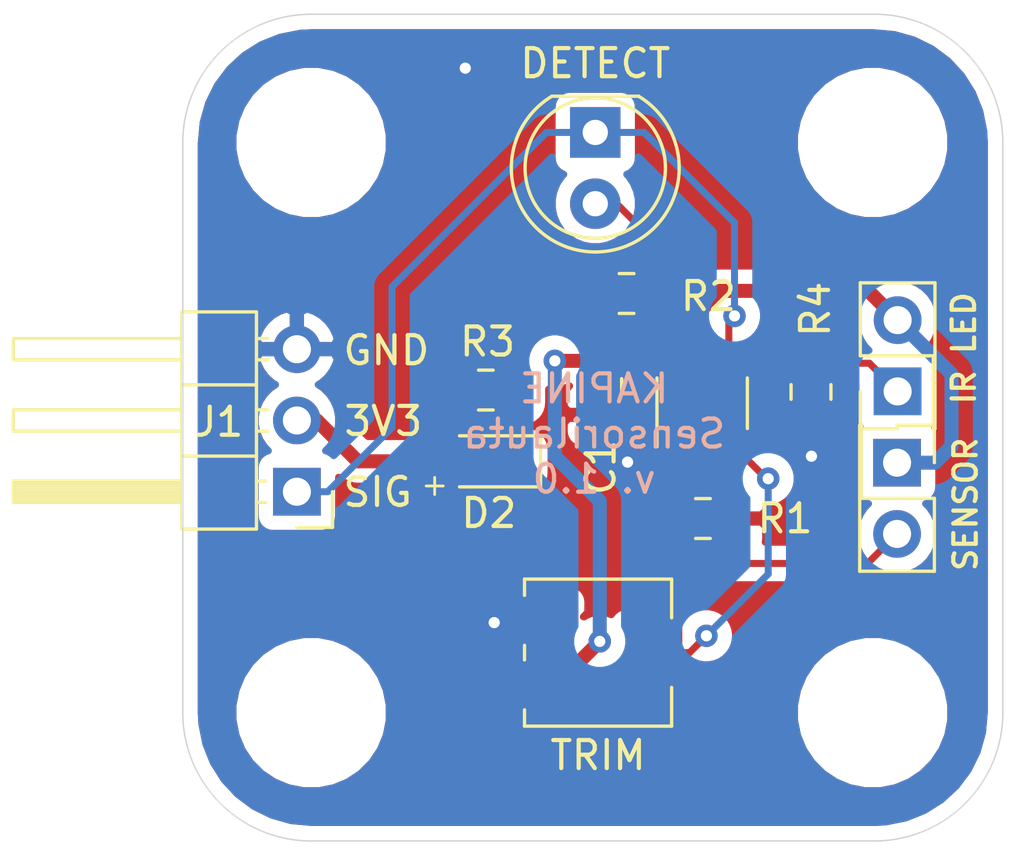
<source format=kicad_pcb>
(kicad_pcb (version 20171130) (host pcbnew "(5.1.5-0-10_14)")

  (general
    (thickness 1.6)
    (drawings 17)
    (tracks 81)
    (zones 0)
    (modules 16)
    (nets 9)
  )

  (page A4)
  (layers
    (0 F.Cu signal)
    (31 B.Cu signal)
    (32 B.Adhes user)
    (33 F.Adhes user)
    (34 B.Paste user)
    (35 F.Paste user)
    (36 B.SilkS user)
    (37 F.SilkS user)
    (38 B.Mask user)
    (39 F.Mask user)
    (40 Dwgs.User user)
    (41 Cmts.User user)
    (42 Eco1.User user)
    (43 Eco2.User user)
    (44 Edge.Cuts user)
    (45 Margin user)
    (46 B.CrtYd user)
    (47 F.CrtYd user)
    (48 B.Fab user)
    (49 F.Fab user hide)
  )

  (setup
    (last_trace_width 0.25)
    (user_trace_width 0.5)
    (trace_clearance 0.2)
    (zone_clearance 0.508)
    (zone_45_only no)
    (trace_min 0.2)
    (via_size 0.8)
    (via_drill 0.4)
    (via_min_size 0.4)
    (via_min_drill 0.3)
    (uvia_size 0.3)
    (uvia_drill 0.1)
    (uvias_allowed no)
    (uvia_min_size 0.2)
    (uvia_min_drill 0.1)
    (edge_width 0.05)
    (segment_width 0.2)
    (pcb_text_width 0.3)
    (pcb_text_size 1.5 1.5)
    (mod_edge_width 0.12)
    (mod_text_size 1 1)
    (mod_text_width 0.15)
    (pad_size 1.524 1.524)
    (pad_drill 0.762)
    (pad_to_mask_clearance 0.051)
    (solder_mask_min_width 0.25)
    (aux_axis_origin 0 0)
    (visible_elements FFFFFF7F)
    (pcbplotparams
      (layerselection 0x010fc_ffffffff)
      (usegerberextensions false)
      (usegerberattributes false)
      (usegerberadvancedattributes false)
      (creategerberjobfile false)
      (excludeedgelayer true)
      (linewidth 0.100000)
      (plotframeref false)
      (viasonmask false)
      (mode 1)
      (useauxorigin false)
      (hpglpennumber 1)
      (hpglpenspeed 20)
      (hpglpendiameter 15.000000)
      (psnegative false)
      (psa4output false)
      (plotreference true)
      (plotvalue true)
      (plotinvisibletext false)
      (padsonsilk false)
      (subtractmaskfromsilk false)
      (outputformat 1)
      (mirror false)
      (drillshape 1)
      (scaleselection 1)
      (outputdirectory ""))
  )

  (net 0 "")
  (net 1 "Net-(D1-Pad2)")
  (net 2 /signal_out)
  (net 3 +3V3)
  (net 4 "Net-(D2-Pad1)")
  (net 5 "Net-(D3-Pad1)")
  (net 6 GND)
  (net 7 "Net-(Q1-Pad2)")
  (net 8 "Net-(RV1-Pad2)")

  (net_class Default "This is the default net class."
    (clearance 0.2)
    (trace_width 0.25)
    (via_dia 0.8)
    (via_drill 0.4)
    (uvia_dia 0.3)
    (uvia_drill 0.1)
    (add_net +3V3)
    (add_net /signal_out)
    (add_net GND)
    (add_net "Net-(D1-Pad2)")
    (add_net "Net-(D2-Pad1)")
    (add_net "Net-(D3-Pad1)")
    (add_net "Net-(Q1-Pad2)")
    (add_net "Net-(RV1-Pad2)")
  )

  (module MountingHole:MountingHole_4.3mm_M4 (layer F.Cu) (tedit 56D1B4CB) (tstamp 6007D9D7)
    (at 116.52 104.14)
    (descr "Mounting Hole 4.3mm, no annular, M4")
    (tags "mounting hole 4.3mm no annular m4")
    (path /6040A0E2)
    (attr virtual)
    (fp_text reference H4 (at 0 -5.3) (layer F.SilkS) hide
      (effects (font (size 1 1) (thickness 0.15)))
    )
    (fp_text value MountingHole (at 0 5.3) (layer F.Fab)
      (effects (font (size 1 1) (thickness 0.15)))
    )
    (fp_circle (center 0 0) (end 4.55 0) (layer F.CrtYd) (width 0.05))
    (fp_circle (center 0 0) (end 4.3 0) (layer Cmts.User) (width 0.15))
    (fp_text user %R (at 0.3 0) (layer F.Fab)
      (effects (font (size 1 1) (thickness 0.15)))
    )
    (pad 1 np_thru_hole circle (at 0 0) (size 4.3 4.3) (drill 4.3) (layers *.Cu *.Mask))
  )

  (module MountingHole:MountingHole_4.3mm_M4 (layer F.Cu) (tedit 56D1B4CB) (tstamp 6007D9C1)
    (at 116.52 83.82)
    (descr "Mounting Hole 4.3mm, no annular, M4")
    (tags "mounting hole 4.3mm no annular m4")
    (path /604099BB)
    (attr virtual)
    (fp_text reference H2 (at 0 -5.3) (layer F.SilkS) hide
      (effects (font (size 1 1) (thickness 0.15)))
    )
    (fp_text value MountingHole (at 0 5.3) (layer F.Fab)
      (effects (font (size 1 1) (thickness 0.15)))
    )
    (fp_circle (center 0 0) (end 4.55 0) (layer F.CrtYd) (width 0.05))
    (fp_circle (center 0 0) (end 4.3 0) (layer Cmts.User) (width 0.15))
    (fp_text user %R (at 0.3 0) (layer F.Fab)
      (effects (font (size 1 1) (thickness 0.15)))
    )
    (pad 1 np_thru_hole circle (at 0 0) (size 4.3 4.3) (drill 4.3) (layers *.Cu *.Mask))
  )

  (module Capacitor_SMD:C_0805_2012Metric_Pad1.15x1.40mm_HandSolder (layer F.Cu) (tedit 5B36C52B) (tstamp 6007ED73)
    (at 106.87 92.5 270)
    (descr "Capacitor SMD 0805 (2012 Metric), square (rectangular) end terminal, IPC_7351 nominal with elongated pad for handsoldering. (Body size source: https://docs.google.com/spreadsheets/d/1BsfQQcO9C6DZCsRaXUlFlo91Tg2WpOkGARC1WS5S8t0/edit?usp=sharing), generated with kicad-footprint-generator")
    (tags "capacitor handsolder")
    (path /6041AC1A)
    (attr smd)
    (fp_text reference C1 (at 2.9 0.032 90) (layer F.SilkS)
      (effects (font (size 1 1) (thickness 0.15)))
    )
    (fp_text value 100n (at 0 1.65 90) (layer F.Fab)
      (effects (font (size 1 1) (thickness 0.15)))
    )
    (fp_text user %R (at 0 0 90) (layer F.Fab)
      (effects (font (size 0.5 0.5) (thickness 0.08)))
    )
    (fp_line (start 1.85 0.95) (end -1.85 0.95) (layer F.CrtYd) (width 0.05))
    (fp_line (start 1.85 -0.95) (end 1.85 0.95) (layer F.CrtYd) (width 0.05))
    (fp_line (start -1.85 -0.95) (end 1.85 -0.95) (layer F.CrtYd) (width 0.05))
    (fp_line (start -1.85 0.95) (end -1.85 -0.95) (layer F.CrtYd) (width 0.05))
    (fp_line (start -0.261252 0.71) (end 0.261252 0.71) (layer F.SilkS) (width 0.12))
    (fp_line (start -0.261252 -0.71) (end 0.261252 -0.71) (layer F.SilkS) (width 0.12))
    (fp_line (start 1 0.6) (end -1 0.6) (layer F.Fab) (width 0.1))
    (fp_line (start 1 -0.6) (end 1 0.6) (layer F.Fab) (width 0.1))
    (fp_line (start -1 -0.6) (end 1 -0.6) (layer F.Fab) (width 0.1))
    (fp_line (start -1 0.6) (end -1 -0.6) (layer F.Fab) (width 0.1))
    (pad 2 smd roundrect (at 1.025 0 270) (size 1.15 1.4) (layers F.Cu F.Paste F.Mask) (roundrect_rratio 0.217391)
      (net 6 GND))
    (pad 1 smd roundrect (at -1.025 0 270) (size 1.15 1.4) (layers F.Cu F.Paste F.Mask) (roundrect_rratio 0.217391)
      (net 3 +3V3))
    (model ${KISYS3DMOD}/Capacitor_SMD.3dshapes/C_0805_2012Metric.wrl
      (at (xyz 0 0 0))
      (scale (xyz 1 1 1))
      (rotate (xyz 0 0 0))
    )
  )

  (module MountingHole:MountingHole_4.3mm_M4 (layer F.Cu) (tedit 56D1B4CB) (tstamp 6007CC5D)
    (at 96.52 104.14)
    (descr "Mounting Hole 4.3mm, no annular, M4")
    (tags "mounting hole 4.3mm no annular m4")
    (path /60409CF1)
    (attr virtual)
    (fp_text reference H3 (at 0 -5.3) (layer F.SilkS) hide
      (effects (font (size 1 1) (thickness 0.15)))
    )
    (fp_text value MountingHole (at 0 5.3) (layer F.Fab)
      (effects (font (size 1 1) (thickness 0.15)))
    )
    (fp_circle (center 0 0) (end 4.55 0) (layer F.CrtYd) (width 0.05))
    (fp_circle (center 0 0) (end 4.3 0) (layer Cmts.User) (width 0.15))
    (fp_text user %R (at 0.3 0) (layer F.Fab)
      (effects (font (size 1 1) (thickness 0.15)))
    )
    (pad 1 np_thru_hole circle (at 0 0) (size 4.3 4.3) (drill 4.3) (layers *.Cu *.Mask))
  )

  (module MountingHole:MountingHole_4.3mm_M4 (layer F.Cu) (tedit 56D1B4CB) (tstamp 6007C718)
    (at 96.52 83.82)
    (descr "Mounting Hole 4.3mm, no annular, M4")
    (tags "mounting hole 4.3mm no annular m4")
    (path /604096DF)
    (attr virtual)
    (fp_text reference H1 (at 0 -5.3) (layer F.SilkS) hide
      (effects (font (size 1 1) (thickness 0.15)))
    )
    (fp_text value MountingHole (at 0 5.3) (layer F.Fab)
      (effects (font (size 1 1) (thickness 0.15)))
    )
    (fp_circle (center 0 0) (end 4.55 0) (layer F.CrtYd) (width 0.05))
    (fp_circle (center 0 0) (end 4.3 0) (layer Cmts.User) (width 0.15))
    (fp_text user %R (at 0.3 0) (layer F.Fab)
      (effects (font (size 1 1) (thickness 0.15)))
    )
    (pad 1 np_thru_hole circle (at 0 0) (size 4.3 4.3) (drill 4.3) (layers *.Cu *.Mask))
  )

  (module Package_TO_SOT_SMD:SOT-23-5_HandSoldering (layer F.Cu) (tedit 5A0AB76C) (tstamp 6007ED3B)
    (at 110.448 93.112 90)
    (descr "5-pin SOT23 package")
    (tags "SOT-23-5 hand-soldering")
    (path /603BC9C0)
    (attr smd)
    (fp_text reference U1 (at 0.122 2.64 90) (layer F.SilkS) hide
      (effects (font (size 1 1) (thickness 0.15)))
    )
    (fp_text value MCP6001U (at 0 2.9 90) (layer F.Fab)
      (effects (font (size 1 1) (thickness 0.15)))
    )
    (fp_line (start 2.38 1.8) (end -2.38 1.8) (layer F.CrtYd) (width 0.05))
    (fp_line (start 2.38 1.8) (end 2.38 -1.8) (layer F.CrtYd) (width 0.05))
    (fp_line (start -2.38 -1.8) (end -2.38 1.8) (layer F.CrtYd) (width 0.05))
    (fp_line (start -2.38 -1.8) (end 2.38 -1.8) (layer F.CrtYd) (width 0.05))
    (fp_line (start 0.9 -1.55) (end 0.9 1.55) (layer F.Fab) (width 0.1))
    (fp_line (start 0.9 1.55) (end -0.9 1.55) (layer F.Fab) (width 0.1))
    (fp_line (start -0.9 -0.9) (end -0.9 1.55) (layer F.Fab) (width 0.1))
    (fp_line (start 0.9 -1.55) (end -0.25 -1.55) (layer F.Fab) (width 0.1))
    (fp_line (start -0.9 -0.9) (end -0.25 -1.55) (layer F.Fab) (width 0.1))
    (fp_line (start 0.9 -1.61) (end -1.55 -1.61) (layer F.SilkS) (width 0.12))
    (fp_line (start -0.9 1.61) (end 0.9 1.61) (layer F.SilkS) (width 0.12))
    (fp_text user %R (at 0 0) (layer F.Fab)
      (effects (font (size 0.5 0.5) (thickness 0.075)))
    )
    (pad 5 smd rect (at 1.35 -0.95 90) (size 1.56 0.65) (layers F.Cu F.Paste F.Mask)
      (net 3 +3V3))
    (pad 4 smd rect (at 1.35 0.95 90) (size 1.56 0.65) (layers F.Cu F.Paste F.Mask)
      (net 2 /signal_out))
    (pad 3 smd rect (at -1.35 0.95 90) (size 1.56 0.65) (layers F.Cu F.Paste F.Mask)
      (net 8 "Net-(RV1-Pad2)"))
    (pad 2 smd rect (at -1.35 0 90) (size 1.56 0.65) (layers F.Cu F.Paste F.Mask)
      (net 6 GND))
    (pad 1 smd rect (at -1.35 -0.95 90) (size 1.56 0.65) (layers F.Cu F.Paste F.Mask)
      (net 7 "Net-(Q1-Pad2)"))
    (model ${KISYS3DMOD}/Package_TO_SOT_SMD.3dshapes/SOT-23-5.wrl
      (at (xyz 0 0 0))
      (scale (xyz 1 1 1))
      (rotate (xyz 0 0 0))
    )
  )

  (module Potentiometer_SMD:Potentiometer_Vishay_TS53YJ_Vertical (layer F.Cu) (tedit 5A3D7171) (tstamp 6007C24E)
    (at 106.74 102 180)
    (descr "Potentiometer, vertical, Vishay TS53YJ, https://www.vishay.com/docs/51008/ts53.pdf")
    (tags "Potentiometer vertical Vishay TS53YJ")
    (path /603BE84F)
    (attr smd)
    (fp_text reference RV1 (at 0.032 3.556 180) (layer F.SilkS) hide
      (effects (font (size 1 1) (thickness 0.15)))
    )
    (fp_text value trimpot (at 0 3.75) (layer F.Fab)
      (effects (font (size 1 1) (thickness 0.15)))
    )
    (fp_text user %R (at 0 -2) (layer F.Fab)
      (effects (font (size 0.68 0.68) (thickness 0.15)))
    )
    (fp_line (start 3.25 -2.75) (end -3.25 -2.75) (layer F.CrtYd) (width 0.05))
    (fp_line (start 3.25 2.75) (end 3.25 -2.75) (layer F.CrtYd) (width 0.05))
    (fp_line (start -3.25 2.75) (end 3.25 2.75) (layer F.CrtYd) (width 0.05))
    (fp_line (start -3.25 -2.75) (end -3.25 2.75) (layer F.CrtYd) (width 0.05))
    (fp_line (start 2.62 2.04) (end 2.62 2.62) (layer F.SilkS) (width 0.12))
    (fp_line (start 2.62 -0.26) (end 2.62 0.26) (layer F.SilkS) (width 0.12))
    (fp_line (start 2.62 -2.62) (end 2.62 -2.039) (layer F.SilkS) (width 0.12))
    (fp_line (start -2.62 1.24) (end -2.62 2.62) (layer F.SilkS) (width 0.12))
    (fp_line (start -2.62 -2.62) (end -2.62 -1.24) (layer F.SilkS) (width 0.12))
    (fp_line (start -2.62 2.62) (end 2.62 2.62) (layer F.SilkS) (width 0.12))
    (fp_line (start -2.62 -2.62) (end 2.62 -2.62) (layer F.SilkS) (width 0.12))
    (fp_line (start -0.92 0.058) (end -0.92 -0.058) (layer F.Fab) (width 0.1))
    (fp_line (start -0.058 0.058) (end -0.92 0.058) (layer F.Fab) (width 0.1))
    (fp_line (start -0.058 0.92) (end -0.058 0.058) (layer F.Fab) (width 0.1))
    (fp_line (start 0.058 0.92) (end -0.058 0.92) (layer F.Fab) (width 0.1))
    (fp_line (start 0.058 0.058) (end 0.058 0.92) (layer F.Fab) (width 0.1))
    (fp_line (start 0.92 0.058) (end 0.058 0.058) (layer F.Fab) (width 0.1))
    (fp_line (start 0.92 -0.058) (end 0.92 0.058) (layer F.Fab) (width 0.1))
    (fp_line (start 0.058 -0.058) (end 0.92 -0.058) (layer F.Fab) (width 0.1))
    (fp_line (start 0.058 -0.92) (end 0.058 -0.058) (layer F.Fab) (width 0.1))
    (fp_line (start -0.058 -0.92) (end 0.058 -0.92) (layer F.Fab) (width 0.1))
    (fp_line (start -0.058 -0.058) (end -0.058 -0.92) (layer F.Fab) (width 0.1))
    (fp_line (start -0.92 -0.058) (end -0.058 -0.058) (layer F.Fab) (width 0.1))
    (fp_line (start 2.5 -2.5) (end -2.5 -2.5) (layer F.Fab) (width 0.1))
    (fp_line (start 2.5 2.5) (end 2.5 -2.5) (layer F.Fab) (width 0.1))
    (fp_line (start -2.5 2.5) (end 2.5 2.5) (layer F.Fab) (width 0.1))
    (fp_line (start -2.5 -2.5) (end -2.5 2.5) (layer F.Fab) (width 0.1))
    (fp_circle (center 0 0) (end 1.15 0) (layer F.Fab) (width 0.1))
    (pad 3 smd rect (at 2 1.15 180) (size 2 1.3) (layers F.Cu F.Paste F.Mask)
      (net 6 GND))
    (pad 2 smd rect (at -2 0 180) (size 2 2) (layers F.Cu F.Paste F.Mask)
      (net 8 "Net-(RV1-Pad2)"))
    (pad 1 smd rect (at 2 -1.15 180) (size 2 1.3) (layers F.Cu F.Paste F.Mask)
      (net 3 +3V3))
    (model ${KISYS3DMOD}/Potentiometer_SMD.3dshapes/Potentiometer_Vishay_TS53YJ_Vertical.wrl
      (at (xyz 0 0 0))
      (scale (xyz 1 1 1))
      (rotate (xyz 0 0 0))
    )
  )

  (module Resistor_SMD:R_0805_2012Metric_Pad1.15x1.40mm_HandSolder (layer F.Cu) (tedit 5B36C52B) (tstamp 6007C22A)
    (at 114.325 92.71 270)
    (descr "Resistor SMD 0805 (2012 Metric), square (rectangular) end terminal, IPC_7351 nominal with elongated pad for handsoldering. (Body size source: https://docs.google.com/spreadsheets/d/1BsfQQcO9C6DZCsRaXUlFlo91Tg2WpOkGARC1WS5S8t0/edit?usp=sharing), generated with kicad-footprint-generator")
    (tags "resistor handsolder")
    (path /603F6B2D)
    (attr smd)
    (fp_text reference R4 (at -2.947 -0.152 90) (layer F.SilkS)
      (effects (font (size 1 1) (thickness 0.15)))
    )
    (fp_text value 1k (at 0 1.65 90) (layer F.Fab)
      (effects (font (size 1 1) (thickness 0.15)))
    )
    (fp_text user %R (at 0 0 90) (layer F.Fab)
      (effects (font (size 0.5 0.5) (thickness 0.08)))
    )
    (fp_line (start 1.85 0.95) (end -1.85 0.95) (layer F.CrtYd) (width 0.05))
    (fp_line (start 1.85 -0.95) (end 1.85 0.95) (layer F.CrtYd) (width 0.05))
    (fp_line (start -1.85 -0.95) (end 1.85 -0.95) (layer F.CrtYd) (width 0.05))
    (fp_line (start -1.85 0.95) (end -1.85 -0.95) (layer F.CrtYd) (width 0.05))
    (fp_line (start -0.261252 0.71) (end 0.261252 0.71) (layer F.SilkS) (width 0.12))
    (fp_line (start -0.261252 -0.71) (end 0.261252 -0.71) (layer F.SilkS) (width 0.12))
    (fp_line (start 1 0.6) (end -1 0.6) (layer F.Fab) (width 0.1))
    (fp_line (start 1 -0.6) (end 1 0.6) (layer F.Fab) (width 0.1))
    (fp_line (start -1 -0.6) (end 1 -0.6) (layer F.Fab) (width 0.1))
    (fp_line (start -1 0.6) (end -1 -0.6) (layer F.Fab) (width 0.1))
    (pad 2 smd roundrect (at 1.025 0 270) (size 1.15 1.4) (layers F.Cu F.Paste F.Mask) (roundrect_rratio 0.217391)
      (net 6 GND))
    (pad 1 smd roundrect (at -1.025 0 270) (size 1.15 1.4) (layers F.Cu F.Paste F.Mask) (roundrect_rratio 0.217391)
      (net 5 "Net-(D3-Pad1)"))
    (model ${KISYS3DMOD}/Resistor_SMD.3dshapes/R_0805_2012Metric.wrl
      (at (xyz 0 0 0))
      (scale (xyz 1 1 1))
      (rotate (xyz 0 0 0))
    )
  )

  (module Resistor_SMD:R_0805_2012Metric_Pad1.15x1.40mm_HandSolder (layer F.Cu) (tedit 5B36C52B) (tstamp 6007C219)
    (at 102.743 92.642 180)
    (descr "Resistor SMD 0805 (2012 Metric), square (rectangular) end terminal, IPC_7351 nominal with elongated pad for handsoldering. (Body size source: https://docs.google.com/spreadsheets/d/1BsfQQcO9C6DZCsRaXUlFlo91Tg2WpOkGARC1WS5S8t0/edit?usp=sharing), generated with kicad-footprint-generator")
    (tags "resistor handsolder")
    (path /603E3A4A)
    (attr smd)
    (fp_text reference R3 (at -0.061 1.722) (layer F.SilkS)
      (effects (font (size 1 1) (thickness 0.15)))
    )
    (fp_text value 10k (at 0 1.65) (layer F.Fab)
      (effects (font (size 1 1) (thickness 0.15)))
    )
    (fp_text user %R (at 0 0) (layer F.Fab)
      (effects (font (size 0.5 0.5) (thickness 0.08)))
    )
    (fp_line (start 1.85 0.95) (end -1.85 0.95) (layer F.CrtYd) (width 0.05))
    (fp_line (start 1.85 -0.95) (end 1.85 0.95) (layer F.CrtYd) (width 0.05))
    (fp_line (start -1.85 -0.95) (end 1.85 -0.95) (layer F.CrtYd) (width 0.05))
    (fp_line (start -1.85 0.95) (end -1.85 -0.95) (layer F.CrtYd) (width 0.05))
    (fp_line (start -0.261252 0.71) (end 0.261252 0.71) (layer F.SilkS) (width 0.12))
    (fp_line (start -0.261252 -0.71) (end 0.261252 -0.71) (layer F.SilkS) (width 0.12))
    (fp_line (start 1 0.6) (end -1 0.6) (layer F.Fab) (width 0.1))
    (fp_line (start 1 -0.6) (end 1 0.6) (layer F.Fab) (width 0.1))
    (fp_line (start -1 -0.6) (end 1 -0.6) (layer F.Fab) (width 0.1))
    (fp_line (start -1 0.6) (end -1 -0.6) (layer F.Fab) (width 0.1))
    (pad 2 smd roundrect (at 1.025 0 180) (size 1.15 1.4) (layers F.Cu F.Paste F.Mask) (roundrect_rratio 0.217391)
      (net 6 GND))
    (pad 1 smd roundrect (at -1.025 0 180) (size 1.15 1.4) (layers F.Cu F.Paste F.Mask) (roundrect_rratio 0.217391)
      (net 4 "Net-(D2-Pad1)"))
    (model ${KISYS3DMOD}/Resistor_SMD.3dshapes/R_0805_2012Metric.wrl
      (at (xyz 0 0 0))
      (scale (xyz 1 1 1))
      (rotate (xyz 0 0 0))
    )
  )

  (module Resistor_SMD:R_0805_2012Metric_Pad1.15x1.40mm_HandSolder (layer F.Cu) (tedit 5B36C52B) (tstamp 6007C208)
    (at 107.755 89.2)
    (descr "Resistor SMD 0805 (2012 Metric), square (rectangular) end terminal, IPC_7351 nominal with elongated pad for handsoldering. (Body size source: https://docs.google.com/spreadsheets/d/1BsfQQcO9C6DZCsRaXUlFlo91Tg2WpOkGARC1WS5S8t0/edit?usp=sharing), generated with kicad-footprint-generator")
    (tags "resistor handsolder")
    (path /603CCCE3)
    (attr smd)
    (fp_text reference R2 (at 2.915 0.1) (layer F.SilkS)
      (effects (font (size 1 1) (thickness 0.15)))
    )
    (fp_text value 10k (at 0 1.65) (layer F.Fab)
      (effects (font (size 1 1) (thickness 0.15)))
    )
    (fp_text user %R (at 0 0) (layer F.Fab)
      (effects (font (size 0.5 0.5) (thickness 0.08)))
    )
    (fp_line (start 1.85 0.95) (end -1.85 0.95) (layer F.CrtYd) (width 0.05))
    (fp_line (start 1.85 -0.95) (end 1.85 0.95) (layer F.CrtYd) (width 0.05))
    (fp_line (start -1.85 -0.95) (end 1.85 -0.95) (layer F.CrtYd) (width 0.05))
    (fp_line (start -1.85 0.95) (end -1.85 -0.95) (layer F.CrtYd) (width 0.05))
    (fp_line (start -0.261252 0.71) (end 0.261252 0.71) (layer F.SilkS) (width 0.12))
    (fp_line (start -0.261252 -0.71) (end 0.261252 -0.71) (layer F.SilkS) (width 0.12))
    (fp_line (start 1 0.6) (end -1 0.6) (layer F.Fab) (width 0.1))
    (fp_line (start 1 -0.6) (end 1 0.6) (layer F.Fab) (width 0.1))
    (fp_line (start -1 -0.6) (end 1 -0.6) (layer F.Fab) (width 0.1))
    (fp_line (start -1 0.6) (end -1 -0.6) (layer F.Fab) (width 0.1))
    (pad 2 smd roundrect (at 1.025 0) (size 1.15 1.4) (layers F.Cu F.Paste F.Mask) (roundrect_rratio 0.217391)
      (net 1 "Net-(D1-Pad2)"))
    (pad 1 smd roundrect (at -1.025 0) (size 1.15 1.4) (layers F.Cu F.Paste F.Mask) (roundrect_rratio 0.217391)
      (net 3 +3V3))
    (model ${KISYS3DMOD}/Resistor_SMD.3dshapes/R_0805_2012Metric.wrl
      (at (xyz 0 0 0))
      (scale (xyz 1 1 1))
      (rotate (xyz 0 0 0))
    )
  )

  (module Resistor_SMD:R_0805_2012Metric_Pad1.15x1.40mm_HandSolder (layer F.Cu) (tedit 5B36C52B) (tstamp 6007ED07)
    (at 110.475 97.22)
    (descr "Resistor SMD 0805 (2012 Metric), square (rectangular) end terminal, IPC_7351 nominal with elongated pad for handsoldering. (Body size source: https://docs.google.com/spreadsheets/d/1BsfQQcO9C6DZCsRaXUlFlo91Tg2WpOkGARC1WS5S8t0/edit?usp=sharing), generated with kicad-footprint-generator")
    (tags "resistor handsolder")
    (path /603C1C44)
    (attr smd)
    (fp_text reference R1 (at 2.925 0) (layer F.SilkS)
      (effects (font (size 1 1) (thickness 0.15)))
    )
    (fp_text value 10k (at 0 1.65) (layer F.Fab)
      (effects (font (size 1 1) (thickness 0.15)))
    )
    (fp_text user %R (at 0 0) (layer F.Fab)
      (effects (font (size 0.5 0.5) (thickness 0.08)))
    )
    (fp_line (start 1.85 0.95) (end -1.85 0.95) (layer F.CrtYd) (width 0.05))
    (fp_line (start 1.85 -0.95) (end 1.85 0.95) (layer F.CrtYd) (width 0.05))
    (fp_line (start -1.85 -0.95) (end 1.85 -0.95) (layer F.CrtYd) (width 0.05))
    (fp_line (start -1.85 0.95) (end -1.85 -0.95) (layer F.CrtYd) (width 0.05))
    (fp_line (start -0.261252 0.71) (end 0.261252 0.71) (layer F.SilkS) (width 0.12))
    (fp_line (start -0.261252 -0.71) (end 0.261252 -0.71) (layer F.SilkS) (width 0.12))
    (fp_line (start 1 0.6) (end -1 0.6) (layer F.Fab) (width 0.1))
    (fp_line (start 1 -0.6) (end 1 0.6) (layer F.Fab) (width 0.1))
    (fp_line (start -1 -0.6) (end 1 -0.6) (layer F.Fab) (width 0.1))
    (fp_line (start -1 0.6) (end -1 -0.6) (layer F.Fab) (width 0.1))
    (pad 2 smd roundrect (at 1.025 0) (size 1.15 1.4) (layers F.Cu F.Paste F.Mask) (roundrect_rratio 0.217391)
      (net 6 GND))
    (pad 1 smd roundrect (at -1.025 0) (size 1.15 1.4) (layers F.Cu F.Paste F.Mask) (roundrect_rratio 0.217391)
      (net 7 "Net-(Q1-Pad2)"))
    (model ${KISYS3DMOD}/Resistor_SMD.3dshapes/R_0805_2012Metric.wrl
      (at (xyz 0 0 0))
      (scale (xyz 1 1 1))
      (rotate (xyz 0 0 0))
    )
  )

  (module Connector_PinHeader_2.54mm:PinHeader_2x01_P2.54mm_Vertical (layer F.Cu) (tedit 59FED5CC) (tstamp 6007C1E6)
    (at 117.39 95.23 270)
    (descr "Through hole straight pin header, 2x01, 2.54mm pitch, double rows")
    (tags "Through hole pin header THT 2x01 2.54mm double row")
    (path /603BFF21)
    (fp_text reference Q1 (at 1.27 -2.33 90) (layer F.SilkS) hide
      (effects (font (size 1 1) (thickness 0.15)))
    )
    (fp_text value Q_Photo_NPN (at 1.27 2.33 90) (layer F.Fab)
      (effects (font (size 1 1) (thickness 0.15)))
    )
    (fp_text user %R (at 1.27 0) (layer F.Fab)
      (effects (font (size 1 1) (thickness 0.15)))
    )
    (fp_line (start 4.35 -1.8) (end -1.8 -1.8) (layer F.CrtYd) (width 0.05))
    (fp_line (start 4.35 1.8) (end 4.35 -1.8) (layer F.CrtYd) (width 0.05))
    (fp_line (start -1.8 1.8) (end 4.35 1.8) (layer F.CrtYd) (width 0.05))
    (fp_line (start -1.8 -1.8) (end -1.8 1.8) (layer F.CrtYd) (width 0.05))
    (fp_line (start -1.33 -1.33) (end 0 -1.33) (layer F.SilkS) (width 0.12))
    (fp_line (start -1.33 0) (end -1.33 -1.33) (layer F.SilkS) (width 0.12))
    (fp_line (start 1.27 -1.33) (end 3.87 -1.33) (layer F.SilkS) (width 0.12))
    (fp_line (start 1.27 1.27) (end 1.27 -1.33) (layer F.SilkS) (width 0.12))
    (fp_line (start -1.33 1.27) (end 1.27 1.27) (layer F.SilkS) (width 0.12))
    (fp_line (start 3.87 -1.33) (end 3.87 1.33) (layer F.SilkS) (width 0.12))
    (fp_line (start -1.33 1.27) (end -1.33 1.33) (layer F.SilkS) (width 0.12))
    (fp_line (start -1.33 1.33) (end 3.87 1.33) (layer F.SilkS) (width 0.12))
    (fp_line (start -1.27 0) (end 0 -1.27) (layer F.Fab) (width 0.1))
    (fp_line (start -1.27 1.27) (end -1.27 0) (layer F.Fab) (width 0.1))
    (fp_line (start 3.81 1.27) (end -1.27 1.27) (layer F.Fab) (width 0.1))
    (fp_line (start 3.81 -1.27) (end 3.81 1.27) (layer F.Fab) (width 0.1))
    (fp_line (start 0 -1.27) (end 3.81 -1.27) (layer F.Fab) (width 0.1))
    (pad 2 thru_hole oval (at 2.54 0 270) (size 1.7 1.7) (drill 1) (layers *.Cu *.Mask)
      (net 7 "Net-(Q1-Pad2)"))
    (pad 1 thru_hole rect (at 0 0 270) (size 1.7 1.7) (drill 1) (layers *.Cu *.Mask)
      (net 3 +3V3))
    (model ${KISYS3DMOD}/Connector_PinHeader_2.54mm.3dshapes/PinHeader_2x01_P2.54mm_Vertical.wrl
      (at (xyz 0 0 0))
      (scale (xyz 1 1 1))
      (rotate (xyz 0 0 0))
    )
  )

  (module Connector_PinHeader_2.54mm:PinHeader_1x03_P2.54mm_Horizontal (layer F.Cu) (tedit 59FED5CB) (tstamp 6007C1CE)
    (at 96.012 96.266 180)
    (descr "Through hole angled pin header, 1x03, 2.54mm pitch, 6mm pin length, single row")
    (tags "Through hole angled pin header THT 1x03 2.54mm single row")
    (path /603D0817)
    (fp_text reference J1 (at 2.772 2.486) (layer F.SilkS)
      (effects (font (size 1 1) (thickness 0.15)))
    )
    (fp_text value "motherboard connector" (at 4.385 7.35) (layer F.Fab)
      (effects (font (size 1 1) (thickness 0.15)))
    )
    (fp_text user %R (at 2.77 2.54 90) (layer F.Fab)
      (effects (font (size 1 1) (thickness 0.15)))
    )
    (fp_line (start 10.55 -1.8) (end -1.8 -1.8) (layer F.CrtYd) (width 0.05))
    (fp_line (start 10.55 6.85) (end 10.55 -1.8) (layer F.CrtYd) (width 0.05))
    (fp_line (start -1.8 6.85) (end 10.55 6.85) (layer F.CrtYd) (width 0.05))
    (fp_line (start -1.8 -1.8) (end -1.8 6.85) (layer F.CrtYd) (width 0.05))
    (fp_line (start -1.27 -1.27) (end 0 -1.27) (layer F.SilkS) (width 0.12))
    (fp_line (start -1.27 0) (end -1.27 -1.27) (layer F.SilkS) (width 0.12))
    (fp_line (start 1.042929 5.46) (end 1.44 5.46) (layer F.SilkS) (width 0.12))
    (fp_line (start 1.042929 4.7) (end 1.44 4.7) (layer F.SilkS) (width 0.12))
    (fp_line (start 10.1 5.46) (end 4.1 5.46) (layer F.SilkS) (width 0.12))
    (fp_line (start 10.1 4.7) (end 10.1 5.46) (layer F.SilkS) (width 0.12))
    (fp_line (start 4.1 4.7) (end 10.1 4.7) (layer F.SilkS) (width 0.12))
    (fp_line (start 1.44 3.81) (end 4.1 3.81) (layer F.SilkS) (width 0.12))
    (fp_line (start 1.042929 2.92) (end 1.44 2.92) (layer F.SilkS) (width 0.12))
    (fp_line (start 1.042929 2.16) (end 1.44 2.16) (layer F.SilkS) (width 0.12))
    (fp_line (start 10.1 2.92) (end 4.1 2.92) (layer F.SilkS) (width 0.12))
    (fp_line (start 10.1 2.16) (end 10.1 2.92) (layer F.SilkS) (width 0.12))
    (fp_line (start 4.1 2.16) (end 10.1 2.16) (layer F.SilkS) (width 0.12))
    (fp_line (start 1.44 1.27) (end 4.1 1.27) (layer F.SilkS) (width 0.12))
    (fp_line (start 1.11 0.38) (end 1.44 0.38) (layer F.SilkS) (width 0.12))
    (fp_line (start 1.11 -0.38) (end 1.44 -0.38) (layer F.SilkS) (width 0.12))
    (fp_line (start 4.1 0.28) (end 10.1 0.28) (layer F.SilkS) (width 0.12))
    (fp_line (start 4.1 0.16) (end 10.1 0.16) (layer F.SilkS) (width 0.12))
    (fp_line (start 4.1 0.04) (end 10.1 0.04) (layer F.SilkS) (width 0.12))
    (fp_line (start 4.1 -0.08) (end 10.1 -0.08) (layer F.SilkS) (width 0.12))
    (fp_line (start 4.1 -0.2) (end 10.1 -0.2) (layer F.SilkS) (width 0.12))
    (fp_line (start 4.1 -0.32) (end 10.1 -0.32) (layer F.SilkS) (width 0.12))
    (fp_line (start 10.1 0.38) (end 4.1 0.38) (layer F.SilkS) (width 0.12))
    (fp_line (start 10.1 -0.38) (end 10.1 0.38) (layer F.SilkS) (width 0.12))
    (fp_line (start 4.1 -0.38) (end 10.1 -0.38) (layer F.SilkS) (width 0.12))
    (fp_line (start 4.1 -1.33) (end 1.44 -1.33) (layer F.SilkS) (width 0.12))
    (fp_line (start 4.1 6.41) (end 4.1 -1.33) (layer F.SilkS) (width 0.12))
    (fp_line (start 1.44 6.41) (end 4.1 6.41) (layer F.SilkS) (width 0.12))
    (fp_line (start 1.44 -1.33) (end 1.44 6.41) (layer F.SilkS) (width 0.12))
    (fp_line (start 4.04 5.4) (end 10.04 5.4) (layer F.Fab) (width 0.1))
    (fp_line (start 10.04 4.76) (end 10.04 5.4) (layer F.Fab) (width 0.1))
    (fp_line (start 4.04 4.76) (end 10.04 4.76) (layer F.Fab) (width 0.1))
    (fp_line (start -0.32 5.4) (end 1.5 5.4) (layer F.Fab) (width 0.1))
    (fp_line (start -0.32 4.76) (end -0.32 5.4) (layer F.Fab) (width 0.1))
    (fp_line (start -0.32 4.76) (end 1.5 4.76) (layer F.Fab) (width 0.1))
    (fp_line (start 4.04 2.86) (end 10.04 2.86) (layer F.Fab) (width 0.1))
    (fp_line (start 10.04 2.22) (end 10.04 2.86) (layer F.Fab) (width 0.1))
    (fp_line (start 4.04 2.22) (end 10.04 2.22) (layer F.Fab) (width 0.1))
    (fp_line (start -0.32 2.86) (end 1.5 2.86) (layer F.Fab) (width 0.1))
    (fp_line (start -0.32 2.22) (end -0.32 2.86) (layer F.Fab) (width 0.1))
    (fp_line (start -0.32 2.22) (end 1.5 2.22) (layer F.Fab) (width 0.1))
    (fp_line (start 4.04 0.32) (end 10.04 0.32) (layer F.Fab) (width 0.1))
    (fp_line (start 10.04 -0.32) (end 10.04 0.32) (layer F.Fab) (width 0.1))
    (fp_line (start 4.04 -0.32) (end 10.04 -0.32) (layer F.Fab) (width 0.1))
    (fp_line (start -0.32 0.32) (end 1.5 0.32) (layer F.Fab) (width 0.1))
    (fp_line (start -0.32 -0.32) (end -0.32 0.32) (layer F.Fab) (width 0.1))
    (fp_line (start -0.32 -0.32) (end 1.5 -0.32) (layer F.Fab) (width 0.1))
    (fp_line (start 1.5 -0.635) (end 2.135 -1.27) (layer F.Fab) (width 0.1))
    (fp_line (start 1.5 6.35) (end 1.5 -0.635) (layer F.Fab) (width 0.1))
    (fp_line (start 4.04 6.35) (end 1.5 6.35) (layer F.Fab) (width 0.1))
    (fp_line (start 4.04 -1.27) (end 4.04 6.35) (layer F.Fab) (width 0.1))
    (fp_line (start 2.135 -1.27) (end 4.04 -1.27) (layer F.Fab) (width 0.1))
    (pad 3 thru_hole oval (at 0 5.08 180) (size 1.7 1.7) (drill 1) (layers *.Cu *.Mask)
      (net 6 GND))
    (pad 2 thru_hole oval (at 0 2.54 180) (size 1.7 1.7) (drill 1) (layers *.Cu *.Mask)
      (net 3 +3V3))
    (pad 1 thru_hole rect (at 0 0 180) (size 1.7 1.7) (drill 1) (layers *.Cu *.Mask)
      (net 2 /signal_out))
    (model ${KISYS3DMOD}/Connector_PinHeader_2.54mm.3dshapes/PinHeader_1x03_P2.54mm_Horizontal.wrl
      (at (xyz 0 0 0))
      (scale (xyz 1 1 1))
      (rotate (xyz 0 0 0))
    )
  )

  (module Connector_PinHeader_2.54mm:PinHeader_2x01_P2.54mm_Vertical (layer F.Cu) (tedit 59FED5CC) (tstamp 6007C18E)
    (at 117.41 92.69 90)
    (descr "Through hole straight pin header, 2x01, 2.54mm pitch, double rows")
    (tags "Through hole pin header THT 2x01 2.54mm double row")
    (path /603F4E9C)
    (fp_text reference D3 (at 1.27 -2.33 90) (layer F.SilkS) hide
      (effects (font (size 1 1) (thickness 0.15)))
    )
    (fp_text value "IR LED" (at 1.27 2.33 90) (layer F.Fab)
      (effects (font (size 1 1) (thickness 0.15)))
    )
    (fp_text user %R (at 1.27 0) (layer F.Fab)
      (effects (font (size 1 1) (thickness 0.15)))
    )
    (fp_line (start 4.35 -1.8) (end -1.8 -1.8) (layer F.CrtYd) (width 0.05))
    (fp_line (start 4.35 1.8) (end 4.35 -1.8) (layer F.CrtYd) (width 0.05))
    (fp_line (start -1.8 1.8) (end 4.35 1.8) (layer F.CrtYd) (width 0.05))
    (fp_line (start -1.8 -1.8) (end -1.8 1.8) (layer F.CrtYd) (width 0.05))
    (fp_line (start -1.33 -1.33) (end 0 -1.33) (layer F.SilkS) (width 0.12))
    (fp_line (start -1.33 0) (end -1.33 -1.33) (layer F.SilkS) (width 0.12))
    (fp_line (start 1.27 -1.33) (end 3.87 -1.33) (layer F.SilkS) (width 0.12))
    (fp_line (start 1.27 1.27) (end 1.27 -1.33) (layer F.SilkS) (width 0.12))
    (fp_line (start -1.33 1.27) (end 1.27 1.27) (layer F.SilkS) (width 0.12))
    (fp_line (start 3.87 -1.33) (end 3.87 1.33) (layer F.SilkS) (width 0.12))
    (fp_line (start -1.33 1.27) (end -1.33 1.33) (layer F.SilkS) (width 0.12))
    (fp_line (start -1.33 1.33) (end 3.87 1.33) (layer F.SilkS) (width 0.12))
    (fp_line (start -1.27 0) (end 0 -1.27) (layer F.Fab) (width 0.1))
    (fp_line (start -1.27 1.27) (end -1.27 0) (layer F.Fab) (width 0.1))
    (fp_line (start 3.81 1.27) (end -1.27 1.27) (layer F.Fab) (width 0.1))
    (fp_line (start 3.81 -1.27) (end 3.81 1.27) (layer F.Fab) (width 0.1))
    (fp_line (start 0 -1.27) (end 3.81 -1.27) (layer F.Fab) (width 0.1))
    (pad 2 thru_hole oval (at 2.54 0 90) (size 1.7 1.7) (drill 1) (layers *.Cu *.Mask)
      (net 3 +3V3))
    (pad 1 thru_hole rect (at 0 0 90) (size 1.7 1.7) (drill 1) (layers *.Cu *.Mask)
      (net 5 "Net-(D3-Pad1)"))
    (model ${KISYS3DMOD}/Connector_PinHeader_2.54mm.3dshapes/PinHeader_2x01_P2.54mm_Vertical.wrl
      (at (xyz 0 0 0))
      (scale (xyz 1 1 1))
      (rotate (xyz 0 0 0))
    )
  )

  (module LED_SMD:LED_0805_2012Metric_Castellated (layer F.Cu) (tedit 5B36C52C) (tstamp 6007C176)
    (at 102.8055 95.182 180)
    (descr "LED SMD 0805 (2012 Metric), castellated end terminal, IPC_7351 nominal, (Body size source: https://docs.google.com/spreadsheets/d/1BsfQQcO9C6DZCsRaXUlFlo91Tg2WpOkGARC1WS5S8t0/edit?usp=sharing), generated with kicad-footprint-generator")
    (tags "LED castellated")
    (path /603E2689)
    (attr smd)
    (fp_text reference D2 (at -0.0445 -1.848) (layer F.SilkS)
      (effects (font (size 1 1) (thickness 0.15)))
    )
    (fp_text value LED_Small (at 0 1.6) (layer F.Fab)
      (effects (font (size 1 1) (thickness 0.15)))
    )
    (fp_text user %R (at 0 0) (layer F.Fab)
      (effects (font (size 0.5 0.5) (thickness 0.08)))
    )
    (fp_line (start 1.88 0.9) (end -1.88 0.9) (layer F.CrtYd) (width 0.05))
    (fp_line (start 1.88 -0.9) (end 1.88 0.9) (layer F.CrtYd) (width 0.05))
    (fp_line (start -1.88 -0.9) (end 1.88 -0.9) (layer F.CrtYd) (width 0.05))
    (fp_line (start -1.88 0.9) (end -1.88 -0.9) (layer F.CrtYd) (width 0.05))
    (fp_line (start -1.885 0.91) (end 1 0.91) (layer F.SilkS) (width 0.12))
    (fp_line (start -1.885 -0.91) (end -1.885 0.91) (layer F.SilkS) (width 0.12))
    (fp_line (start 1 -0.91) (end -1.885 -0.91) (layer F.SilkS) (width 0.12))
    (fp_line (start 1 0.6) (end 1 -0.6) (layer F.Fab) (width 0.1))
    (fp_line (start -1 0.6) (end 1 0.6) (layer F.Fab) (width 0.1))
    (fp_line (start -1 -0.3) (end -1 0.6) (layer F.Fab) (width 0.1))
    (fp_line (start -0.7 -0.6) (end -1 -0.3) (layer F.Fab) (width 0.1))
    (fp_line (start 1 -0.6) (end -0.7 -0.6) (layer F.Fab) (width 0.1))
    (pad 2 smd roundrect (at 0.9625 0 180) (size 1.325 1.3) (layers F.Cu F.Paste F.Mask) (roundrect_rratio 0.192308)
      (net 3 +3V3))
    (pad 1 smd roundrect (at -0.9625 0 180) (size 1.325 1.3) (layers F.Cu F.Paste F.Mask) (roundrect_rratio 0.192308)
      (net 4 "Net-(D2-Pad1)"))
    (model ${KISYS3DMOD}/LED_SMD.3dshapes/LED_0805_2012Metric_Castellated.wrl
      (at (xyz 0 0 0))
      (scale (xyz 1 1 1))
      (rotate (xyz 0 0 0))
    )
  )

  (module LED_THT:LED_D5.0mm (layer F.Cu) (tedit 5995936A) (tstamp 6007EFD9)
    (at 106.64 83.46 270)
    (descr "LED, diameter 5.0mm, 2 pins, http://cdn-reichelt.de/documents/datenblatt/A500/LL-504BC2E-009.pdf")
    (tags "LED diameter 5.0mm 2 pins")
    (path /603C953D)
    (fp_text reference D1 (at 5.08 -2.54 180) (layer F.SilkS) hide
      (effects (font (size 1 1) (thickness 0.15)))
    )
    (fp_text value LED (at 1.27 3.96 90) (layer F.Fab)
      (effects (font (size 1 1) (thickness 0.15)))
    )
    (fp_text user %R (at 1.25 0 90) (layer F.Fab)
      (effects (font (size 0.8 0.8) (thickness 0.2)))
    )
    (fp_line (start 4.5 -3.25) (end -1.95 -3.25) (layer F.CrtYd) (width 0.05))
    (fp_line (start 4.5 3.25) (end 4.5 -3.25) (layer F.CrtYd) (width 0.05))
    (fp_line (start -1.95 3.25) (end 4.5 3.25) (layer F.CrtYd) (width 0.05))
    (fp_line (start -1.95 -3.25) (end -1.95 3.25) (layer F.CrtYd) (width 0.05))
    (fp_line (start -1.29 -1.545) (end -1.29 1.545) (layer F.SilkS) (width 0.12))
    (fp_line (start -1.23 -1.469694) (end -1.23 1.469694) (layer F.Fab) (width 0.1))
    (fp_circle (center 1.27 0) (end 3.77 0) (layer F.SilkS) (width 0.12))
    (fp_circle (center 1.27 0) (end 3.77 0) (layer F.Fab) (width 0.1))
    (fp_arc (start 1.27 0) (end -1.29 1.54483) (angle -148.9) (layer F.SilkS) (width 0.12))
    (fp_arc (start 1.27 0) (end -1.29 -1.54483) (angle 148.9) (layer F.SilkS) (width 0.12))
    (fp_arc (start 1.27 0) (end -1.23 -1.469694) (angle 299.1) (layer F.Fab) (width 0.1))
    (pad 2 thru_hole circle (at 2.54 0 270) (size 1.8 1.8) (drill 0.9) (layers *.Cu *.Mask)
      (net 1 "Net-(D1-Pad2)"))
    (pad 1 thru_hole rect (at 0 0 270) (size 1.8 1.8) (drill 0.9) (layers *.Cu *.Mask)
      (net 2 /signal_out))
    (model ${KISYS3DMOD}/LED_THT.3dshapes/LED_D5.0mm.wrl
      (at (xyz 0 0 0))
      (scale (xyz 1 1 1))
      (rotate (xyz 0 0 0))
    )
  )

  (gr_text "KAPINE\nSensorilauta\nv. 1.0" (at 106.6 94.2) (layer B.SilkS)
    (effects (font (size 1 1) (thickness 0.15)) (justify mirror))
  )
  (gr_text DETECT (at 106.64 81) (layer F.SilkS) (tstamp 6007F3DB)
    (effects (font (size 1 1) (thickness 0.15)))
  )
  (gr_text SIG (at 98.89 96.28) (layer F.SilkS) (tstamp 6007EE92)
    (effects (font (size 1 1) (thickness 0.15)))
  )
  (gr_text 3V3 (at 99.09 93.75) (layer F.SilkS) (tstamp 6007EE8D)
    (effects (font (size 1 1) (thickness 0.15)))
  )
  (gr_text GND (at 99.2 91.23) (layer F.SilkS) (tstamp 6007EE99)
    (effects (font (size 1 1) (thickness 0.15)))
  )
  (gr_line (start 96.52 108.712) (end 116.586 108.712) (layer Edge.Cuts) (width 0.05) (tstamp 6007EB4F))
  (gr_line (start 91.948 83.82) (end 91.948 104.14) (layer Edge.Cuts) (width 0.05) (tstamp 6007EB4E))
  (gr_line (start 116.586 79.248) (end 96.52 79.248) (layer Edge.Cuts) (width 0.05) (tstamp 6007EB4D))
  (gr_line (start 121.158 104.14) (end 121.158 83.82) (layer Edge.Cuts) (width 0.05) (tstamp 6007EB4C))
  (gr_arc (start 116.586 83.82) (end 121.158 83.82) (angle -90) (layer Edge.Cuts) (width 0.05))
  (gr_arc (start 116.586 104.14) (end 116.586 108.712) (angle -90) (layer Edge.Cuts) (width 0.05))
  (gr_arc (start 96.52 104.14) (end 91.948 104.14) (angle -90) (layer Edge.Cuts) (width 0.05))
  (gr_arc (start 96.52 83.82) (end 96.52 79.248) (angle -90) (layer Edge.Cuts) (width 0.05))
  (gr_text + (at 100.92 96) (layer F.SilkS)
    (effects (font (size 0.8 0.8) (thickness 0.1)))
  )
  (gr_text TRIM (at 106.74 105.66) (layer F.SilkS)
    (effects (font (size 1 1) (thickness 0.15)))
  )
  (gr_text SENSOR (at 119.83 96.71 90) (layer F.SilkS)
    (effects (font (size 0.8 0.8) (thickness 0.15)))
  )
  (gr_text "IR LED" (at 119.77 91.15 90) (layer F.SilkS)
    (effects (font (size 0.8 0.8) (thickness 0.15)))
  )

  (segment (start 107.4 86) (end 106.64 86) (width 0.25) (layer F.Cu) (net 1))
  (segment (start 108.78 87.38) (end 107.4 86) (width 0.25) (layer F.Cu) (net 1))
  (segment (start 108.78 89.2) (end 108.78 87.38) (width 0.25) (layer F.Cu) (net 1))
  (via (at 111.6 90) (size 0.8) (drill 0.4) (layers F.Cu B.Cu) (net 2))
  (segment (start 111.398 90.202) (end 111.6 90) (width 0.25) (layer F.Cu) (net 2))
  (segment (start 111.398 91.762) (end 111.398 90.202) (width 0.25) (layer F.Cu) (net 2))
  (segment (start 111.6 90) (end 111.6 86.68) (width 0.25) (layer B.Cu) (net 2))
  (segment (start 99.4 93.978) (end 97.112 96.266) (width 0.25) (layer B.Cu) (net 2))
  (segment (start 99.4 88.96) (end 99.4 93.978) (width 0.25) (layer B.Cu) (net 2))
  (segment (start 97.112 96.266) (end 96.012 96.266) (width 0.25) (layer B.Cu) (net 2))
  (segment (start 108.38 83.46) (end 106.64 83.46) (width 0.25) (layer B.Cu) (net 2))
  (segment (start 111.6 86.68) (end 108.38 83.46) (width 0.25) (layer B.Cu) (net 2))
  (segment (start 104.9 83.46) (end 106.64 83.46) (width 0.25) (layer B.Cu) (net 2))
  (segment (start 99.4 88.96) (end 104.9 83.46) (width 0.25) (layer B.Cu) (net 2))
  (segment (start 96.726 93.726) (end 96.012 93.726) (width 0.5) (layer F.Cu) (net 3))
  (segment (start 98.182 95.182) (end 96.726 93.726) (width 0.5) (layer F.Cu) (net 3))
  (segment (start 101.843 95.182) (end 98.182 95.182) (width 0.5) (layer F.Cu) (net 3))
  (segment (start 101.843 95.832) (end 101.843 95.182) (width 0.5) (layer F.Cu) (net 3))
  (segment (start 101.843 101.753) (end 101.843 95.832) (width 0.5) (layer F.Cu) (net 3))
  (segment (start 103.24 103.15) (end 101.843 101.753) (width 0.5) (layer F.Cu) (net 3))
  (segment (start 104.74 103.15) (end 103.24 103.15) (width 0.5) (layer F.Cu) (net 3))
  (segment (start 109.498 90.702) (end 109.498 91.762) (width 0.5) (layer F.Cu) (net 3))
  (segment (start 111.094 89.106) (end 109.498 90.702) (width 0.5) (layer F.Cu) (net 3))
  (segment (start 107.157 91.762) (end 106.87 91.475) (width 0.5) (layer F.Cu) (net 3))
  (segment (start 109.498 91.762) (end 107.157 91.762) (width 0.5) (layer F.Cu) (net 3))
  (segment (start 106.87 89.34) (end 106.73 89.2) (width 0.5) (layer F.Cu) (net 3))
  (segment (start 106.87 91.475) (end 106.87 89.34) (width 0.5) (layer F.Cu) (net 3))
  (via (at 106.8 101.6) (size 0.8) (drill 0.4) (layers F.Cu B.Cu) (net 3))
  (segment (start 105.25 103.15) (end 106.8 101.6) (width 0.5) (layer F.Cu) (net 3))
  (segment (start 104.74 103.15) (end 105.25 103.15) (width 0.5) (layer F.Cu) (net 3))
  (via (at 105.2 91.6) (size 0.8) (drill 0.4) (layers F.Cu B.Cu) (net 3))
  (segment (start 106.745 91.6) (end 106.87 91.475) (width 0.5) (layer F.Cu) (net 3))
  (segment (start 105.2 91.6) (end 106.745 91.6) (width 0.5) (layer F.Cu) (net 3))
  (segment (start 106.8 96.6) (end 105.2 95) (width 0.5) (layer B.Cu) (net 3))
  (segment (start 105.2 95) (end 105.2 91.6) (width 0.5) (layer B.Cu) (net 3))
  (segment (start 106.8 101.6) (end 106.8 96.6) (width 0.5) (layer B.Cu) (net 3))
  (segment (start 116.366 89.106) (end 117.41 90.15) (width 0.5) (layer F.Cu) (net 3))
  (segment (start 111.094 89.106) (end 116.366 89.106) (width 0.5) (layer F.Cu) (net 3))
  (segment (start 119.33 94.64) (end 119.33 92.07) (width 0.5) (layer B.Cu) (net 3))
  (segment (start 119.33 92.07) (end 117.41 90.15) (width 0.5) (layer B.Cu) (net 3))
  (segment (start 118.74 95.23) (end 119.33 94.64) (width 0.5) (layer B.Cu) (net 3))
  (segment (start 117.39 95.23) (end 118.74 95.23) (width 0.5) (layer B.Cu) (net 3))
  (segment (start 103.768 94.532) (end 103.768 92.642) (width 0.25) (layer F.Cu) (net 4))
  (segment (start 103.768 95.182) (end 103.768 94.532) (width 0.25) (layer F.Cu) (net 4))
  (segment (start 116.405 91.685) (end 117.41 92.69) (width 0.25) (layer F.Cu) (net 5))
  (segment (start 114.325 91.685) (end 116.405 91.685) (width 0.25) (layer F.Cu) (net 5))
  (segment (start 111.42 97.22) (end 111.5 97.22) (width 0.25) (layer F.Cu) (net 6))
  (segment (start 110.448 96.248) (end 111.42 97.22) (width 0.25) (layer F.Cu) (net 6))
  (segment (start 110.448 94.462) (end 110.448 96.248) (width 0.25) (layer F.Cu) (net 6))
  (segment (start 108.025 93.07) (end 107.57 93.525) (width 0.25) (layer F.Cu) (net 6))
  (segment (start 110.086 93.07) (end 108.025 93.07) (width 0.25) (layer F.Cu) (net 6))
  (segment (start 110.448 93.432) (end 110.086 93.07) (width 0.25) (layer F.Cu) (net 6))
  (segment (start 110.448 94.462) (end 110.448 93.432) (width 0.25) (layer F.Cu) (net 6))
  (via (at 107.79 95.21) (size 0.8) (drill 0.4) (layers F.Cu B.Cu) (net 6))
  (segment (start 107.79 94.445) (end 107.79 95.21) (width 0.25) (layer F.Cu) (net 6))
  (segment (start 106.87 93.525) (end 107.79 94.445) (width 0.25) (layer F.Cu) (net 6))
  (via (at 102.01 81.17) (size 0.8) (drill 0.4) (layers F.Cu B.Cu) (net 6))
  (via (at 114.34 95) (size 0.8) (drill 0.4) (layers F.Cu B.Cu) (net 6))
  (segment (start 114.325 94.985) (end 114.34 95) (width 0.25) (layer F.Cu) (net 6))
  (segment (start 114.325 93.735) (end 114.325 94.985) (width 0.25) (layer F.Cu) (net 6))
  (via (at 103.04 100.93) (size 0.8) (drill 0.4) (layers F.Cu B.Cu) (net 6))
  (segment (start 103.12 100.85) (end 103.04 100.93) (width 0.25) (layer F.Cu) (net 6))
  (segment (start 104.74 100.85) (end 103.12 100.85) (width 0.25) (layer F.Cu) (net 6))
  (segment (start 107.57 93.525) (end 106.87 93.525) (width 0.25) (layer F.Cu) (net 6))
  (segment (start 113.625 93.735) (end 112.96 93.07) (width 0.25) (layer F.Cu) (net 6))
  (segment (start 112.96 93.07) (end 108.025 93.07) (width 0.25) (layer F.Cu) (net 6))
  (segment (start 114.325 93.735) (end 113.625 93.735) (width 0.25) (layer F.Cu) (net 6))
  (segment (start 109.45 97.92) (end 109.45 97.22) (width 0.25) (layer F.Cu) (net 7))
  (segment (start 110.352 98.822) (end 109.45 97.92) (width 0.25) (layer F.Cu) (net 7))
  (segment (start 109.45 94.51) (end 109.498 94.462) (width 0.25) (layer F.Cu) (net 7))
  (segment (start 109.45 97.22) (end 109.45 94.51) (width 0.25) (layer F.Cu) (net 7))
  (segment (start 116.338 98.822) (end 117.39 97.77) (width 0.25) (layer F.Cu) (net 7))
  (segment (start 110.352 98.822) (end 116.338 98.822) (width 0.25) (layer F.Cu) (net 7))
  (via (at 110.6 101.4) (size 0.8) (drill 0.4) (layers F.Cu B.Cu) (net 8))
  (segment (start 110 102) (end 110.6 101.4) (width 0.25) (layer F.Cu) (net 8))
  (segment (start 108.74 102) (end 110 102) (width 0.25) (layer F.Cu) (net 8))
  (via (at 112.8 95.8) (size 0.8) (drill 0.4) (layers F.Cu B.Cu) (net 8))
  (segment (start 112.8 99.2) (end 112.8 95.8) (width 0.25) (layer B.Cu) (net 8))
  (segment (start 110.6 101.4) (end 112.8 99.2) (width 0.25) (layer B.Cu) (net 8))
  (segment (start 112.736 95.8) (end 111.398 94.462) (width 0.25) (layer F.Cu) (net 8))
  (segment (start 112.8 95.8) (end 112.736 95.8) (width 0.25) (layer F.Cu) (net 8))

  (zone (net 6) (net_name GND) (layer F.Cu) (tstamp 0) (hatch edge 0.508)
    (connect_pads (clearance 0.508))
    (min_thickness 0.254)
    (fill yes (arc_segments 32) (thermal_gap 0.508) (thermal_bridge_width 0.508))
    (polygon
      (pts
        (xy 121.92 109.22) (xy 91.44 109.22) (xy 91.44 78.74) (xy 121.92 78.74)
      )
    )
    (filled_polygon
      (pts
        (xy 117.298396 79.976241) (xy 117.98694 80.170429) (xy 118.628563 80.486843) (xy 119.201777 80.914882) (xy 119.687393 81.44022)
        (xy 120.069142 82.045255) (xy 120.334237 82.70972) (xy 120.47635 83.424173) (xy 120.498001 83.837293) (xy 120.498 104.109744)
        (xy 120.429759 104.852396) (xy 120.235571 105.540939) (xy 119.919158 106.182561) (xy 119.491118 106.755777) (xy 118.965782 107.241392)
        (xy 118.360748 107.623141) (xy 117.696278 107.888238) (xy 116.981828 108.03035) (xy 116.568726 108.052) (xy 96.550256 108.052)
        (xy 95.807604 107.983759) (xy 95.119061 107.789571) (xy 94.477439 107.473158) (xy 93.904223 107.045118) (xy 93.418608 106.519782)
        (xy 93.036859 105.914748) (xy 92.771762 105.250278) (xy 92.62965 104.535828) (xy 92.608 104.122726) (xy 92.608 103.865701)
        (xy 93.735 103.865701) (xy 93.735 104.414299) (xy 93.842026 104.952354) (xy 94.051965 105.459192) (xy 94.35675 105.915334)
        (xy 94.744666 106.30325) (xy 95.200808 106.608035) (xy 95.707646 106.817974) (xy 96.245701 106.925) (xy 96.794299 106.925)
        (xy 97.332354 106.817974) (xy 97.839192 106.608035) (xy 98.295334 106.30325) (xy 98.68325 105.915334) (xy 98.988035 105.459192)
        (xy 99.197974 104.952354) (xy 99.305 104.414299) (xy 99.305 103.865701) (xy 99.197974 103.327646) (xy 98.988035 102.820808)
        (xy 98.68325 102.364666) (xy 98.295334 101.97675) (xy 97.839192 101.671965) (xy 97.332354 101.462026) (xy 96.794299 101.355)
        (xy 96.245701 101.355) (xy 95.707646 101.462026) (xy 95.200808 101.671965) (xy 94.744666 101.97675) (xy 94.35675 102.364666)
        (xy 94.051965 102.820808) (xy 93.842026 103.327646) (xy 93.735 103.865701) (xy 92.608 103.865701) (xy 92.608 95.416)
        (xy 94.523928 95.416) (xy 94.523928 97.116) (xy 94.536188 97.240482) (xy 94.572498 97.36018) (xy 94.631463 97.470494)
        (xy 94.710815 97.567185) (xy 94.807506 97.646537) (xy 94.91782 97.705502) (xy 95.037518 97.741812) (xy 95.162 97.754072)
        (xy 96.862 97.754072) (xy 96.986482 97.741812) (xy 97.10618 97.705502) (xy 97.216494 97.646537) (xy 97.313185 97.567185)
        (xy 97.392537 97.470494) (xy 97.451502 97.36018) (xy 97.487812 97.240482) (xy 97.500072 97.116) (xy 97.500072 95.751651)
        (xy 97.52547 95.777049) (xy 97.553183 95.810817) (xy 97.586951 95.83853) (xy 97.586953 95.838532) (xy 97.63757 95.880072)
        (xy 97.687941 95.921411) (xy 97.841687 96.003589) (xy 97.934009 96.031595) (xy 98.008509 96.054195) (xy 98.023306 96.055652)
        (xy 98.138523 96.067) (xy 98.138531 96.067) (xy 98.182 96.071281) (xy 98.225469 96.067) (xy 100.687613 96.067)
        (xy 100.692095 96.075386) (xy 100.802538 96.209962) (xy 100.937114 96.320405) (xy 100.958001 96.331569) (xy 100.958 101.709531)
        (xy 100.953719 101.753) (xy 100.958 101.796469) (xy 100.958 101.796476) (xy 100.968383 101.901898) (xy 100.970805 101.92649)
        (xy 100.983841 101.969463) (xy 101.021411 102.093312) (xy 101.103589 102.247058) (xy 101.214183 102.381817) (xy 101.247956 102.409534)
        (xy 102.58347 103.745049) (xy 102.611183 103.778817) (xy 102.644951 103.80653) (xy 102.644953 103.806532) (xy 102.695592 103.84809)
        (xy 102.745941 103.889411) (xy 102.899687 103.971589) (xy 103.06651 104.022195) (xy 103.14621 104.030045) (xy 103.150498 104.04418)
        (xy 103.209463 104.154494) (xy 103.288815 104.251185) (xy 103.385506 104.330537) (xy 103.49582 104.389502) (xy 103.615518 104.425812)
        (xy 103.74 104.438072) (xy 105.74 104.438072) (xy 105.864482 104.425812) (xy 105.98418 104.389502) (xy 106.094494 104.330537)
        (xy 106.191185 104.251185) (xy 106.270537 104.154494) (xy 106.329502 104.04418) (xy 106.365812 103.924482) (xy 106.371601 103.865701)
        (xy 113.735 103.865701) (xy 113.735 104.414299) (xy 113.842026 104.952354) (xy 114.051965 105.459192) (xy 114.35675 105.915334)
        (xy 114.744666 106.30325) (xy 115.200808 106.608035) (xy 115.707646 106.817974) (xy 116.245701 106.925) (xy 116.794299 106.925)
        (xy 117.332354 106.817974) (xy 117.839192 106.608035) (xy 118.295334 106.30325) (xy 118.68325 105.915334) (xy 118.988035 105.459192)
        (xy 119.197974 104.952354) (xy 119.305 104.414299) (xy 119.305 103.865701) (xy 119.197974 103.327646) (xy 118.988035 102.820808)
        (xy 118.68325 102.364666) (xy 118.295334 101.97675) (xy 117.839192 101.671965) (xy 117.332354 101.462026) (xy 116.794299 101.355)
        (xy 116.245701 101.355) (xy 115.707646 101.462026) (xy 115.200808 101.671965) (xy 114.744666 101.97675) (xy 114.35675 102.364666)
        (xy 114.051965 102.820808) (xy 113.842026 103.327646) (xy 113.735 103.865701) (xy 106.371601 103.865701) (xy 106.378072 103.8)
        (xy 106.378072 103.273506) (xy 107.045044 102.606535) (xy 107.101898 102.595226) (xy 107.101928 102.595214) (xy 107.101928 103)
        (xy 107.114188 103.124482) (xy 107.150498 103.24418) (xy 107.209463 103.354494) (xy 107.288815 103.451185) (xy 107.385506 103.530537)
        (xy 107.49582 103.589502) (xy 107.615518 103.625812) (xy 107.74 103.638072) (xy 109.74 103.638072) (xy 109.864482 103.625812)
        (xy 109.98418 103.589502) (xy 110.094494 103.530537) (xy 110.191185 103.451185) (xy 110.270537 103.354494) (xy 110.329502 103.24418)
        (xy 110.365812 103.124482) (xy 110.378072 103) (xy 110.378072 102.659671) (xy 110.424276 102.634974) (xy 110.540001 102.540001)
        (xy 110.563803 102.510998) (xy 110.639801 102.435) (xy 110.701939 102.435) (xy 110.901898 102.395226) (xy 111.090256 102.317205)
        (xy 111.259774 102.203937) (xy 111.403937 102.059774) (xy 111.517205 101.890256) (xy 111.595226 101.701898) (xy 111.635 101.501939)
        (xy 111.635 101.298061) (xy 111.595226 101.098102) (xy 111.517205 100.909744) (xy 111.403937 100.740226) (xy 111.259774 100.596063)
        (xy 111.090256 100.482795) (xy 110.901898 100.404774) (xy 110.701939 100.365) (xy 110.498061 100.365) (xy 110.298102 100.404774)
        (xy 110.110405 100.482521) (xy 110.094494 100.469463) (xy 109.98418 100.410498) (xy 109.864482 100.374188) (xy 109.74 100.361928)
        (xy 107.74 100.361928) (xy 107.615518 100.374188) (xy 107.49582 100.410498) (xy 107.385506 100.469463) (xy 107.288815 100.548815)
        (xy 107.209463 100.645506) (xy 107.20779 100.648636) (xy 107.101898 100.604774) (xy 106.901939 100.565) (xy 106.698061 100.565)
        (xy 106.498102 100.604774) (xy 106.309744 100.682795) (xy 106.249576 100.722998) (xy 106.216252 100.722998) (xy 106.375 100.56425)
        (xy 106.378072 100.2) (xy 106.365812 100.075518) (xy 106.329502 99.95582) (xy 106.270537 99.845506) (xy 106.191185 99.748815)
        (xy 106.094494 99.669463) (xy 105.98418 99.610498) (xy 105.864482 99.574188) (xy 105.74 99.561928) (xy 105.02575 99.565)
        (xy 104.867 99.72375) (xy 104.867 100.723) (xy 104.887 100.723) (xy 104.887 100.977) (xy 104.867 100.977)
        (xy 104.867 100.997) (xy 104.613 100.997) (xy 104.613 100.977) (xy 103.26375 100.977) (xy 103.105 101.13575)
        (xy 103.101928 101.5) (xy 103.114188 101.624482) (xy 103.150498 101.74418) (xy 103.209463 101.854494) (xy 103.270744 101.929166)
        (xy 102.728 101.386422) (xy 102.728 100.2) (xy 103.101928 100.2) (xy 103.105 100.56425) (xy 103.26375 100.723)
        (xy 104.613 100.723) (xy 104.613 99.72375) (xy 104.45425 99.565) (xy 103.74 99.561928) (xy 103.615518 99.574188)
        (xy 103.49582 99.610498) (xy 103.385506 99.669463) (xy 103.288815 99.748815) (xy 103.209463 99.845506) (xy 103.150498 99.95582)
        (xy 103.114188 100.075518) (xy 103.101928 100.2) (xy 102.728 100.2) (xy 102.728 96.331569) (xy 102.748886 96.320405)
        (xy 102.8055 96.273943) (xy 102.862114 96.320405) (xy 103.01565 96.402472) (xy 103.182246 96.453008) (xy 103.3555 96.470072)
        (xy 104.1805 96.470072) (xy 104.353754 96.453008) (xy 104.52035 96.402472) (xy 104.673886 96.320405) (xy 104.808462 96.209962)
        (xy 104.918905 96.075386) (xy 105.000972 95.92185) (xy 105.051508 95.755254) (xy 105.068572 95.582) (xy 105.068572 94.782)
        (xy 105.051508 94.608746) (xy 105.000972 94.44215) (xy 104.918905 94.288614) (xy 104.808462 94.154038) (xy 104.742617 94.1)
        (xy 105.531928 94.1) (xy 105.544188 94.224482) (xy 105.580498 94.34418) (xy 105.639463 94.454494) (xy 105.718815 94.551185)
        (xy 105.815506 94.630537) (xy 105.92582 94.689502) (xy 106.045518 94.725812) (xy 106.17 94.738072) (xy 106.58425 94.735)
        (xy 106.743 94.57625) (xy 106.743 93.652) (xy 106.997 93.652) (xy 106.997 94.57625) (xy 107.15575 94.735)
        (xy 107.57 94.738072) (xy 107.694482 94.725812) (xy 107.81418 94.689502) (xy 107.924494 94.630537) (xy 108.021185 94.551185)
        (xy 108.100537 94.454494) (xy 108.159502 94.34418) (xy 108.195812 94.224482) (xy 108.208072 94.1) (xy 108.205 93.81075)
        (xy 108.04625 93.652) (xy 106.997 93.652) (xy 106.743 93.652) (xy 105.69375 93.652) (xy 105.535 93.81075)
        (xy 105.531928 94.1) (xy 104.742617 94.1) (xy 104.673886 94.043595) (xy 104.528 93.965617) (xy 104.528 93.861614)
        (xy 104.586387 93.830405) (xy 104.720962 93.719962) (xy 104.831405 93.585387) (xy 104.913472 93.431851) (xy 104.964008 93.265255)
        (xy 104.981072 93.092001) (xy 104.981072 92.61173) (xy 105.098061 92.635) (xy 105.301939 92.635) (xy 105.501898 92.595226)
        (xy 105.690256 92.517205) (xy 105.723356 92.495089) (xy 105.718815 92.498815) (xy 105.639463 92.595506) (xy 105.580498 92.70582)
        (xy 105.544188 92.825518) (xy 105.531928 92.95) (xy 105.535 93.23925) (xy 105.69375 93.398) (xy 106.743 93.398)
        (xy 106.743 93.378) (xy 106.997 93.378) (xy 106.997 93.398) (xy 108.04625 93.398) (xy 108.205 93.23925)
        (xy 108.208072 92.95) (xy 108.195812 92.825518) (xy 108.159502 92.70582) (xy 108.128062 92.647) (xy 108.545269 92.647)
        (xy 108.547188 92.666482) (xy 108.583498 92.78618) (xy 108.642463 92.896494) (xy 108.721815 92.993185) (xy 108.818506 93.072537)
        (xy 108.892335 93.112) (xy 108.818506 93.151463) (xy 108.721815 93.230815) (xy 108.642463 93.327506) (xy 108.583498 93.43782)
        (xy 108.547188 93.557518) (xy 108.534928 93.682) (xy 108.534928 95.242) (xy 108.547188 95.366482) (xy 108.583498 95.48618)
        (xy 108.642463 95.596494) (xy 108.690001 95.654419) (xy 108.69 96.000386) (xy 108.631613 96.031595) (xy 108.497038 96.142038)
        (xy 108.386595 96.276613) (xy 108.304528 96.430149) (xy 108.253992 96.596745) (xy 108.236928 96.769999) (xy 108.236928 97.670001)
        (xy 108.253992 97.843255) (xy 108.304528 98.009851) (xy 108.386595 98.163387) (xy 108.497038 98.297962) (xy 108.631613 98.408405)
        (xy 108.785149 98.490472) (xy 108.951745 98.541008) (xy 109.001064 98.545866) (xy 109.788201 99.333003) (xy 109.811999 99.362001)
        (xy 109.927724 99.456974) (xy 110.059753 99.527546) (xy 110.203014 99.571003) (xy 110.314667 99.582) (xy 110.314675 99.582)
        (xy 110.352 99.585676) (xy 110.389325 99.582) (xy 116.300678 99.582) (xy 116.338 99.585676) (xy 116.375322 99.582)
        (xy 116.375333 99.582) (xy 116.486986 99.571003) (xy 116.630247 99.527546) (xy 116.762276 99.456974) (xy 116.878001 99.362001)
        (xy 116.901804 99.332998) (xy 117.023592 99.211209) (xy 117.24374 99.255) (xy 117.53626 99.255) (xy 117.823158 99.197932)
        (xy 118.093411 99.08599) (xy 118.336632 98.923475) (xy 118.543475 98.716632) (xy 118.70599 98.473411) (xy 118.817932 98.203158)
        (xy 118.875 97.91626) (xy 118.875 97.62374) (xy 118.817932 97.336842) (xy 118.70599 97.066589) (xy 118.543475 96.823368)
        (xy 118.41162 96.691513) (xy 118.48418 96.669502) (xy 118.594494 96.610537) (xy 118.691185 96.531185) (xy 118.770537 96.434494)
        (xy 118.829502 96.32418) (xy 118.865812 96.204482) (xy 118.878072 96.08) (xy 118.878072 94.38) (xy 118.865812 94.255518)
        (xy 118.829502 94.13582) (xy 118.770537 94.025506) (xy 118.726778 93.972185) (xy 118.790537 93.894494) (xy 118.849502 93.78418)
        (xy 118.885812 93.664482) (xy 118.898072 93.54) (xy 118.898072 91.84) (xy 118.885812 91.715518) (xy 118.849502 91.59582)
        (xy 118.790537 91.485506) (xy 118.711185 91.388815) (xy 118.614494 91.309463) (xy 118.50418 91.250498) (xy 118.43162 91.228487)
        (xy 118.563475 91.096632) (xy 118.72599 90.853411) (xy 118.837932 90.583158) (xy 118.895 90.29626) (xy 118.895 90.00374)
        (xy 118.837932 89.716842) (xy 118.72599 89.446589) (xy 118.563475 89.203368) (xy 118.356632 88.996525) (xy 118.113411 88.83401)
        (xy 117.843158 88.722068) (xy 117.55626 88.665) (xy 117.26374 88.665) (xy 117.191039 88.679461) (xy 117.022534 88.510956)
        (xy 116.994817 88.477183) (xy 116.860059 88.366589) (xy 116.706313 88.284411) (xy 116.53949 88.233805) (xy 116.409477 88.221)
        (xy 116.409469 88.221) (xy 116.366 88.216719) (xy 116.322531 88.221) (xy 111.137469 88.221) (xy 111.094 88.216719)
        (xy 111.050531 88.221) (xy 111.050523 88.221) (xy 110.92051 88.233805) (xy 110.753687 88.284411) (xy 110.704468 88.310719)
        (xy 110.599941 88.366589) (xy 110.498953 88.449468) (xy 110.498951 88.44947) (xy 110.465183 88.477183) (xy 110.43747 88.510951)
        (xy 109.993072 88.955349) (xy 109.993072 88.749999) (xy 109.976008 88.576745) (xy 109.925472 88.410149) (xy 109.843405 88.256613)
        (xy 109.732962 88.122038) (xy 109.598387 88.011595) (xy 109.54 87.980386) (xy 109.54 87.417325) (xy 109.543676 87.38)
        (xy 109.54 87.342675) (xy 109.54 87.342667) (xy 109.529003 87.231014) (xy 109.485546 87.087753) (xy 109.414974 86.955724)
        (xy 109.320001 86.839999) (xy 109.291003 86.816201) (xy 108.138098 85.663297) (xy 108.116011 85.552257) (xy 108.000299 85.272905)
        (xy 107.832312 85.021495) (xy 107.765873 84.955056) (xy 107.78418 84.949502) (xy 107.894494 84.890537) (xy 107.991185 84.811185)
        (xy 108.070537 84.714494) (xy 108.129502 84.60418) (xy 108.165812 84.484482) (xy 108.178072 84.36) (xy 108.178072 83.545701)
        (xy 113.735 83.545701) (xy 113.735 84.094299) (xy 113.842026 84.632354) (xy 114.051965 85.139192) (xy 114.35675 85.595334)
        (xy 114.744666 85.98325) (xy 115.200808 86.288035) (xy 115.707646 86.497974) (xy 116.245701 86.605) (xy 116.794299 86.605)
        (xy 117.332354 86.497974) (xy 117.839192 86.288035) (xy 118.295334 85.98325) (xy 118.68325 85.595334) (xy 118.988035 85.139192)
        (xy 119.197974 84.632354) (xy 119.305 84.094299) (xy 119.305 83.545701) (xy 119.197974 83.007646) (xy 118.988035 82.500808)
        (xy 118.68325 82.044666) (xy 118.295334 81.65675) (xy 117.839192 81.351965) (xy 117.332354 81.142026) (xy 116.794299 81.035)
        (xy 116.245701 81.035) (xy 115.707646 81.142026) (xy 115.200808 81.351965) (xy 114.744666 81.65675) (xy 114.35675 82.044666)
        (xy 114.051965 82.500808) (xy 113.842026 83.007646) (xy 113.735 83.545701) (xy 108.178072 83.545701) (xy 108.178072 82.56)
        (xy 108.165812 82.435518) (xy 108.129502 82.31582) (xy 108.070537 82.205506) (xy 107.991185 82.108815) (xy 107.894494 82.029463)
        (xy 107.78418 81.970498) (xy 107.664482 81.934188) (xy 107.54 81.921928) (xy 105.74 81.921928) (xy 105.615518 81.934188)
        (xy 105.49582 81.970498) (xy 105.385506 82.029463) (xy 105.288815 82.108815) (xy 105.209463 82.205506) (xy 105.150498 82.31582)
        (xy 105.114188 82.435518) (xy 105.101928 82.56) (xy 105.101928 84.36) (xy 105.114188 84.484482) (xy 105.150498 84.60418)
        (xy 105.209463 84.714494) (xy 105.288815 84.811185) (xy 105.385506 84.890537) (xy 105.49582 84.949502) (xy 105.514127 84.955056)
        (xy 105.447688 85.021495) (xy 105.279701 85.272905) (xy 105.163989 85.552257) (xy 105.105 85.848816) (xy 105.105 86.151184)
        (xy 105.163989 86.447743) (xy 105.279701 86.727095) (xy 105.447688 86.978505) (xy 105.661495 87.192312) (xy 105.912905 87.360299)
        (xy 106.192257 87.476011) (xy 106.488816 87.535) (xy 106.791184 87.535) (xy 107.087743 87.476011) (xy 107.367095 87.360299)
        (xy 107.557963 87.232765) (xy 108.020001 87.694803) (xy 108.020001 87.980386) (xy 107.961613 88.011595) (xy 107.827038 88.122038)
        (xy 107.755 88.209816) (xy 107.682962 88.122038) (xy 107.548387 88.011595) (xy 107.394851 87.929528) (xy 107.228255 87.878992)
        (xy 107.055001 87.861928) (xy 106.404999 87.861928) (xy 106.231745 87.878992) (xy 106.065149 87.929528) (xy 105.911613 88.011595)
        (xy 105.777038 88.122038) (xy 105.666595 88.256613) (xy 105.584528 88.410149) (xy 105.533992 88.576745) (xy 105.516928 88.749999)
        (xy 105.516928 89.650001) (xy 105.533992 89.823255) (xy 105.584528 89.989851) (xy 105.666595 90.143387) (xy 105.777038 90.277962)
        (xy 105.911613 90.388405) (xy 105.940806 90.404009) (xy 105.926613 90.411595) (xy 105.792038 90.522038) (xy 105.681595 90.656613)
        (xy 105.671707 90.675112) (xy 105.501898 90.604774) (xy 105.301939 90.565) (xy 105.098061 90.565) (xy 104.898102 90.604774)
        (xy 104.709744 90.682795) (xy 104.540226 90.796063) (xy 104.396063 90.940226) (xy 104.282795 91.109744) (xy 104.204774 91.298102)
        (xy 104.20149 91.314613) (xy 104.093001 91.303928) (xy 103.442999 91.303928) (xy 103.269745 91.320992) (xy 103.103149 91.371528)
        (xy 102.949613 91.453595) (xy 102.815038 91.564038) (xy 102.809658 91.570594) (xy 102.744185 91.490815) (xy 102.647494 91.411463)
        (xy 102.53718 91.352498) (xy 102.417482 91.316188) (xy 102.293 91.303928) (xy 102.00375 91.307) (xy 101.845 91.46575)
        (xy 101.845 92.515) (xy 101.865 92.515) (xy 101.865 92.769) (xy 101.845 92.769) (xy 101.845 92.789)
        (xy 101.591 92.789) (xy 101.591 92.769) (xy 100.66675 92.769) (xy 100.508 92.92775) (xy 100.504928 93.342)
        (xy 100.517188 93.466482) (xy 100.553498 93.58618) (xy 100.612463 93.696494) (xy 100.691815 93.793185) (xy 100.788506 93.872537)
        (xy 100.89882 93.931502) (xy 101.018518 93.967812) (xy 101.0695 93.972833) (xy 100.937114 94.043595) (xy 100.802538 94.154038)
        (xy 100.692095 94.288614) (xy 100.687613 94.297) (xy 98.548579 94.297) (xy 97.382534 93.130956) (xy 97.363036 93.107198)
        (xy 97.32799 93.022589) (xy 97.165475 92.779368) (xy 96.958632 92.572525) (xy 96.776466 92.450805) (xy 96.893355 92.381178)
        (xy 97.109588 92.186269) (xy 97.283641 91.95292) (xy 97.288842 91.942) (xy 100.504928 91.942) (xy 100.508 92.35625)
        (xy 100.66675 92.515) (xy 101.591 92.515) (xy 101.591 91.46575) (xy 101.43225 91.307) (xy 101.143 91.303928)
        (xy 101.018518 91.316188) (xy 100.89882 91.352498) (xy 100.788506 91.411463) (xy 100.691815 91.490815) (xy 100.612463 91.587506)
        (xy 100.553498 91.69782) (xy 100.517188 91.817518) (xy 100.504928 91.942) (xy 97.288842 91.942) (xy 97.408825 91.690099)
        (xy 97.453476 91.54289) (xy 97.332155 91.313) (xy 96.139 91.313) (xy 96.139 91.333) (xy 95.885 91.333)
        (xy 95.885 91.313) (xy 94.691845 91.313) (xy 94.570524 91.54289) (xy 94.615175 91.690099) (xy 94.740359 91.95292)
        (xy 94.914412 92.186269) (xy 95.130645 92.381178) (xy 95.247534 92.450805) (xy 95.065368 92.572525) (xy 94.858525 92.779368)
        (xy 94.69601 93.022589) (xy 94.584068 93.292842) (xy 94.527 93.57974) (xy 94.527 93.87226) (xy 94.584068 94.159158)
        (xy 94.69601 94.429411) (xy 94.858525 94.672632) (xy 94.99038 94.804487) (xy 94.91782 94.826498) (xy 94.807506 94.885463)
        (xy 94.710815 94.964815) (xy 94.631463 95.061506) (xy 94.572498 95.17182) (xy 94.536188 95.291518) (xy 94.523928 95.416)
        (xy 92.608 95.416) (xy 92.608 90.82911) (xy 94.570524 90.82911) (xy 94.691845 91.059) (xy 95.885 91.059)
        (xy 95.885 89.865186) (xy 96.139 89.865186) (xy 96.139 91.059) (xy 97.332155 91.059) (xy 97.453476 90.82911)
        (xy 97.408825 90.681901) (xy 97.283641 90.41908) (xy 97.109588 90.185731) (xy 96.893355 89.990822) (xy 96.643252 89.841843)
        (xy 96.368891 89.744519) (xy 96.139 89.865186) (xy 95.885 89.865186) (xy 95.655109 89.744519) (xy 95.380748 89.841843)
        (xy 95.130645 89.990822) (xy 94.914412 90.185731) (xy 94.740359 90.41908) (xy 94.615175 90.681901) (xy 94.570524 90.82911)
        (xy 92.608 90.82911) (xy 92.608 83.850256) (xy 92.635985 83.545701) (xy 93.735 83.545701) (xy 93.735 84.094299)
        (xy 93.842026 84.632354) (xy 94.051965 85.139192) (xy 94.35675 85.595334) (xy 94.744666 85.98325) (xy 95.200808 86.288035)
        (xy 95.707646 86.497974) (xy 96.245701 86.605) (xy 96.794299 86.605) (xy 97.332354 86.497974) (xy 97.839192 86.288035)
        (xy 98.295334 85.98325) (xy 98.68325 85.595334) (xy 98.988035 85.139192) (xy 99.197974 84.632354) (xy 99.305 84.094299)
        (xy 99.305 83.545701) (xy 99.197974 83.007646) (xy 98.988035 82.500808) (xy 98.68325 82.044666) (xy 98.295334 81.65675)
        (xy 97.839192 81.351965) (xy 97.332354 81.142026) (xy 96.794299 81.035) (xy 96.245701 81.035) (xy 95.707646 81.142026)
        (xy 95.200808 81.351965) (xy 94.744666 81.65675) (xy 94.35675 82.044666) (xy 94.051965 82.500808) (xy 93.842026 83.007646)
        (xy 93.735 83.545701) (xy 92.635985 83.545701) (xy 92.676241 83.107604) (xy 92.870429 82.41906) (xy 93.186843 81.777437)
        (xy 93.614882 81.204223) (xy 94.14022 80.718607) (xy 94.745255 80.336858) (xy 95.40972 80.071763) (xy 96.124173 79.92965)
        (xy 96.537274 79.908) (xy 116.555744 79.908)
      )
    )
    (filled_polygon
      (pts
        (xy 115.925 90.00374) (xy 115.925 90.29626) (xy 115.982068 90.583158) (xy 116.09401 90.853411) (xy 116.141844 90.925)
        (xy 115.544614 90.925) (xy 115.513405 90.866613) (xy 115.402962 90.732038) (xy 115.268387 90.621595) (xy 115.114851 90.539528)
        (xy 114.948255 90.488992) (xy 114.775001 90.471928) (xy 113.874999 90.471928) (xy 113.701745 90.488992) (xy 113.535149 90.539528)
        (xy 113.381613 90.621595) (xy 113.247038 90.732038) (xy 113.136595 90.866613) (xy 113.054528 91.020149) (xy 113.003992 91.186745)
        (xy 112.986928 91.359999) (xy 112.986928 92.010001) (xy 113.003992 92.183255) (xy 113.054528 92.349851) (xy 113.136595 92.503387)
        (xy 113.247038 92.637962) (xy 113.253594 92.643342) (xy 113.173815 92.708815) (xy 113.094463 92.805506) (xy 113.035498 92.91582)
        (xy 112.999188 93.035518) (xy 112.986928 93.16) (xy 112.99 93.44925) (xy 113.14875 93.608) (xy 114.198 93.608)
        (xy 114.198 93.588) (xy 114.452 93.588) (xy 114.452 93.608) (xy 115.50125 93.608) (xy 115.66 93.44925)
        (xy 115.663072 93.16) (xy 115.650812 93.035518) (xy 115.614502 92.91582) (xy 115.555537 92.805506) (xy 115.476185 92.708815)
        (xy 115.396406 92.643342) (xy 115.402962 92.637962) (xy 115.513405 92.503387) (xy 115.544614 92.445) (xy 115.921928 92.445)
        (xy 115.921928 93.54) (xy 115.934188 93.664482) (xy 115.970498 93.78418) (xy 116.029463 93.894494) (xy 116.073222 93.947815)
        (xy 116.009463 94.025506) (xy 115.950498 94.13582) (xy 115.914188 94.255518) (xy 115.901928 94.38) (xy 115.901928 96.08)
        (xy 115.914188 96.204482) (xy 115.950498 96.32418) (xy 116.009463 96.434494) (xy 116.088815 96.531185) (xy 116.185506 96.610537)
        (xy 116.29582 96.669502) (xy 116.36838 96.691513) (xy 116.236525 96.823368) (xy 116.07401 97.066589) (xy 115.962068 97.336842)
        (xy 115.905 97.62374) (xy 115.905 97.91626) (xy 115.93399 98.062) (xy 112.695498 98.062) (xy 112.700812 98.044482)
        (xy 112.713072 97.92) (xy 112.71 97.50575) (xy 112.55125 97.347) (xy 111.627 97.347) (xy 111.627 97.367)
        (xy 111.373 97.367) (xy 111.373 97.347) (xy 111.353 97.347) (xy 111.353 97.093) (xy 111.373 97.093)
        (xy 111.373 96.04375) (xy 111.21425 95.885) (xy 110.925 95.881928) (xy 110.800518 95.894188) (xy 110.68082 95.930498)
        (xy 110.570506 95.989463) (xy 110.473815 96.068815) (xy 110.408342 96.148594) (xy 110.402962 96.142038) (xy 110.268387 96.031595)
        (xy 110.21 96.000386) (xy 110.21 95.82925) (xy 110.321 95.71825) (xy 110.321 95.636141) (xy 110.353537 95.596494)
        (xy 110.412502 95.48618) (xy 110.448 95.369159) (xy 110.483498 95.48618) (xy 110.542463 95.596494) (xy 110.575 95.636141)
        (xy 110.575 95.71825) (xy 110.73375 95.877) (xy 110.773 95.880072) (xy 110.897482 95.867812) (xy 110.923 95.860071)
        (xy 110.948518 95.867812) (xy 111.073 95.880072) (xy 111.723 95.880072) (xy 111.739632 95.878434) (xy 111.765463 95.904264)
        (xy 111.765632 95.905118) (xy 111.627 96.04375) (xy 111.627 97.093) (xy 112.55125 97.093) (xy 112.71 96.93425)
        (xy 112.710736 96.835) (xy 112.901939 96.835) (xy 113.101898 96.795226) (xy 113.290256 96.717205) (xy 113.459774 96.603937)
        (xy 113.603937 96.459774) (xy 113.717205 96.290256) (xy 113.795226 96.101898) (xy 113.835 95.901939) (xy 113.835 95.698061)
        (xy 113.795226 95.498102) (xy 113.717205 95.309744) (xy 113.603937 95.140226) (xy 113.459774 94.996063) (xy 113.290256 94.882795)
        (xy 113.101898 94.804774) (xy 112.901939 94.765) (xy 112.775802 94.765) (xy 112.361072 94.350271) (xy 112.361072 94.31)
        (xy 112.986928 94.31) (xy 112.999188 94.434482) (xy 113.035498 94.55418) (xy 113.094463 94.664494) (xy 113.173815 94.761185)
        (xy 113.270506 94.840537) (xy 113.38082 94.899502) (xy 113.500518 94.935812) (xy 113.625 94.948072) (xy 114.03925 94.945)
        (xy 114.198 94.78625) (xy 114.198 93.862) (xy 114.452 93.862) (xy 114.452 94.78625) (xy 114.61075 94.945)
        (xy 115.025 94.948072) (xy 115.149482 94.935812) (xy 115.26918 94.899502) (xy 115.379494 94.840537) (xy 115.476185 94.761185)
        (xy 115.555537 94.664494) (xy 115.614502 94.55418) (xy 115.650812 94.434482) (xy 115.663072 94.31) (xy 115.66 94.02075)
        (xy 115.50125 93.862) (xy 114.452 93.862) (xy 114.198 93.862) (xy 113.14875 93.862) (xy 112.99 94.02075)
        (xy 112.986928 94.31) (xy 112.361072 94.31) (xy 112.361072 93.682) (xy 112.348812 93.557518) (xy 112.312502 93.43782)
        (xy 112.253537 93.327506) (xy 112.174185 93.230815) (xy 112.077494 93.151463) (xy 112.003665 93.112) (xy 112.077494 93.072537)
        (xy 112.174185 92.993185) (xy 112.253537 92.896494) (xy 112.312502 92.78618) (xy 112.348812 92.666482) (xy 112.361072 92.542)
        (xy 112.361072 90.982) (xy 112.348812 90.857518) (xy 112.315618 90.748093) (xy 112.403937 90.659774) (xy 112.517205 90.490256)
        (xy 112.595226 90.301898) (xy 112.635 90.101939) (xy 112.635 89.991) (xy 115.927534 89.991)
      )
    )
    (filled_polygon
      (pts
        (xy 110.483498 92.78618) (xy 110.542463 92.896494) (xy 110.621815 92.993185) (xy 110.712853 93.067897) (xy 110.575 93.20575)
        (xy 110.575 93.287859) (xy 110.542463 93.327506) (xy 110.483498 93.43782) (xy 110.448 93.554841) (xy 110.412502 93.43782)
        (xy 110.353537 93.327506) (xy 110.321 93.287859) (xy 110.321 93.20575) (xy 110.183147 93.067897) (xy 110.274185 92.993185)
        (xy 110.353537 92.896494) (xy 110.412502 92.78618) (xy 110.448 92.669159)
      )
    )
  )
  (zone (net 6) (net_name GND) (layer B.Cu) (tstamp 0) (hatch edge 0.508)
    (connect_pads (clearance 0.508))
    (min_thickness 0.254)
    (fill yes (arc_segments 32) (thermal_gap 0.508) (thermal_bridge_width 0.508))
    (polygon
      (pts
        (xy 121.92 109.22) (xy 91.44 109.22) (xy 91.44 78.74) (xy 121.92 78.74)
      )
    )
    (filled_polygon
      (pts
        (xy 117.298396 79.976241) (xy 117.98694 80.170429) (xy 118.628563 80.486843) (xy 119.201777 80.914882) (xy 119.687393 81.44022)
        (xy 120.069142 82.045255) (xy 120.334237 82.70972) (xy 120.47635 83.424173) (xy 120.498001 83.837293) (xy 120.498 104.109744)
        (xy 120.429759 104.852396) (xy 120.235571 105.540939) (xy 119.919158 106.182561) (xy 119.491118 106.755777) (xy 118.965782 107.241392)
        (xy 118.360748 107.623141) (xy 117.696278 107.888238) (xy 116.981828 108.03035) (xy 116.568726 108.052) (xy 96.550256 108.052)
        (xy 95.807604 107.983759) (xy 95.119061 107.789571) (xy 94.477439 107.473158) (xy 93.904223 107.045118) (xy 93.418608 106.519782)
        (xy 93.036859 105.914748) (xy 92.771762 105.250278) (xy 92.62965 104.535828) (xy 92.608 104.122726) (xy 92.608 103.865701)
        (xy 93.735 103.865701) (xy 93.735 104.414299) (xy 93.842026 104.952354) (xy 94.051965 105.459192) (xy 94.35675 105.915334)
        (xy 94.744666 106.30325) (xy 95.200808 106.608035) (xy 95.707646 106.817974) (xy 96.245701 106.925) (xy 96.794299 106.925)
        (xy 97.332354 106.817974) (xy 97.839192 106.608035) (xy 98.295334 106.30325) (xy 98.68325 105.915334) (xy 98.988035 105.459192)
        (xy 99.197974 104.952354) (xy 99.305 104.414299) (xy 99.305 103.865701) (xy 113.735 103.865701) (xy 113.735 104.414299)
        (xy 113.842026 104.952354) (xy 114.051965 105.459192) (xy 114.35675 105.915334) (xy 114.744666 106.30325) (xy 115.200808 106.608035)
        (xy 115.707646 106.817974) (xy 116.245701 106.925) (xy 116.794299 106.925) (xy 117.332354 106.817974) (xy 117.839192 106.608035)
        (xy 118.295334 106.30325) (xy 118.68325 105.915334) (xy 118.988035 105.459192) (xy 119.197974 104.952354) (xy 119.305 104.414299)
        (xy 119.305 103.865701) (xy 119.197974 103.327646) (xy 118.988035 102.820808) (xy 118.68325 102.364666) (xy 118.295334 101.97675)
        (xy 117.839192 101.671965) (xy 117.332354 101.462026) (xy 116.794299 101.355) (xy 116.245701 101.355) (xy 115.707646 101.462026)
        (xy 115.200808 101.671965) (xy 114.744666 101.97675) (xy 114.35675 102.364666) (xy 114.051965 102.820808) (xy 113.842026 103.327646)
        (xy 113.735 103.865701) (xy 99.305 103.865701) (xy 99.197974 103.327646) (xy 98.988035 102.820808) (xy 98.68325 102.364666)
        (xy 98.295334 101.97675) (xy 97.839192 101.671965) (xy 97.332354 101.462026) (xy 96.794299 101.355) (xy 96.245701 101.355)
        (xy 95.707646 101.462026) (xy 95.200808 101.671965) (xy 94.744666 101.97675) (xy 94.35675 102.364666) (xy 94.051965 102.820808)
        (xy 93.842026 103.327646) (xy 93.735 103.865701) (xy 92.608 103.865701) (xy 92.608 95.416) (xy 94.523928 95.416)
        (xy 94.523928 97.116) (xy 94.536188 97.240482) (xy 94.572498 97.36018) (xy 94.631463 97.470494) (xy 94.710815 97.567185)
        (xy 94.807506 97.646537) (xy 94.91782 97.705502) (xy 95.037518 97.741812) (xy 95.162 97.754072) (xy 96.862 97.754072)
        (xy 96.986482 97.741812) (xy 97.10618 97.705502) (xy 97.216494 97.646537) (xy 97.313185 97.567185) (xy 97.392537 97.470494)
        (xy 97.451502 97.36018) (xy 97.487812 97.240482) (xy 97.500072 97.116) (xy 97.500072 96.920326) (xy 97.536276 96.900974)
        (xy 97.652001 96.806001) (xy 97.675804 96.776997) (xy 99.911003 94.541799) (xy 99.940001 94.518001) (xy 100.034974 94.402276)
        (xy 100.105546 94.270247) (xy 100.149003 94.126986) (xy 100.16 94.015333) (xy 100.16 94.015325) (xy 100.163676 93.978)
        (xy 100.16 93.940675) (xy 100.16 91.498061) (xy 104.165 91.498061) (xy 104.165 91.701939) (xy 104.204774 91.901898)
        (xy 104.282795 92.090256) (xy 104.315001 92.138456) (xy 104.315 94.956531) (xy 104.310719 95) (xy 104.315 95.043469)
        (xy 104.315 95.043476) (xy 104.327805 95.173489) (xy 104.378411 95.340312) (xy 104.460589 95.494058) (xy 104.571183 95.628817)
        (xy 104.604956 95.656534) (xy 105.915001 96.96658) (xy 105.915 101.061546) (xy 105.882795 101.109744) (xy 105.804774 101.298102)
        (xy 105.765 101.498061) (xy 105.765 101.701939) (xy 105.804774 101.901898) (xy 105.882795 102.090256) (xy 105.996063 102.259774)
        (xy 106.140226 102.403937) (xy 106.309744 102.517205) (xy 106.498102 102.595226) (xy 106.698061 102.635) (xy 106.901939 102.635)
        (xy 107.101898 102.595226) (xy 107.290256 102.517205) (xy 107.459774 102.403937) (xy 107.603937 102.259774) (xy 107.717205 102.090256)
        (xy 107.795226 101.901898) (xy 107.835 101.701939) (xy 107.835 101.498061) (xy 107.795226 101.298102) (xy 107.79521 101.298061)
        (xy 109.565 101.298061) (xy 109.565 101.501939) (xy 109.604774 101.701898) (xy 109.682795 101.890256) (xy 109.796063 102.059774)
        (xy 109.940226 102.203937) (xy 110.109744 102.317205) (xy 110.298102 102.395226) (xy 110.498061 102.435) (xy 110.701939 102.435)
        (xy 110.901898 102.395226) (xy 111.090256 102.317205) (xy 111.259774 102.203937) (xy 111.403937 102.059774) (xy 111.517205 101.890256)
        (xy 111.595226 101.701898) (xy 111.635 101.501939) (xy 111.635 101.439801) (xy 113.311004 99.763798) (xy 113.340001 99.740001)
        (xy 113.434974 99.624276) (xy 113.505546 99.492247) (xy 113.549003 99.348986) (xy 113.56 99.237333) (xy 113.56 99.237323)
        (xy 113.563676 99.2) (xy 113.56 99.162677) (xy 113.56 96.503711) (xy 113.603937 96.459774) (xy 113.717205 96.290256)
        (xy 113.795226 96.101898) (xy 113.835 95.901939) (xy 113.835 95.698061) (xy 113.795226 95.498102) (xy 113.717205 95.309744)
        (xy 113.603937 95.140226) (xy 113.459774 94.996063) (xy 113.290256 94.882795) (xy 113.101898 94.804774) (xy 112.901939 94.765)
        (xy 112.698061 94.765) (xy 112.498102 94.804774) (xy 112.309744 94.882795) (xy 112.140226 94.996063) (xy 111.996063 95.140226)
        (xy 111.882795 95.309744) (xy 111.804774 95.498102) (xy 111.765 95.698061) (xy 111.765 95.901939) (xy 111.804774 96.101898)
        (xy 111.882795 96.290256) (xy 111.996063 96.459774) (xy 112.040001 96.503712) (xy 112.04 98.885198) (xy 110.560199 100.365)
        (xy 110.498061 100.365) (xy 110.298102 100.404774) (xy 110.109744 100.482795) (xy 109.940226 100.596063) (xy 109.796063 100.740226)
        (xy 109.682795 100.909744) (xy 109.604774 101.098102) (xy 109.565 101.298061) (xy 107.79521 101.298061) (xy 107.717205 101.109744)
        (xy 107.685 101.061546) (xy 107.685 96.643469) (xy 107.689281 96.6) (xy 107.685 96.556531) (xy 107.685 96.556523)
        (xy 107.672195 96.42651) (xy 107.621589 96.259687) (xy 107.539411 96.105941) (xy 107.428817 95.971183) (xy 107.395049 95.94347)
        (xy 106.085 94.633422) (xy 106.085 94.38) (xy 115.901928 94.38) (xy 115.901928 96.08) (xy 115.914188 96.204482)
        (xy 115.950498 96.32418) (xy 116.009463 96.434494) (xy 116.088815 96.531185) (xy 116.185506 96.610537) (xy 116.29582 96.669502)
        (xy 116.36838 96.691513) (xy 116.236525 96.823368) (xy 116.07401 97.066589) (xy 115.962068 97.336842) (xy 115.905 97.62374)
        (xy 115.905 97.91626) (xy 115.962068 98.203158) (xy 116.07401 98.473411) (xy 116.236525 98.716632) (xy 116.443368 98.923475)
        (xy 116.686589 99.08599) (xy 116.956842 99.197932) (xy 117.24374 99.255) (xy 117.53626 99.255) (xy 117.823158 99.197932)
        (xy 118.093411 99.08599) (xy 118.336632 98.923475) (xy 118.543475 98.716632) (xy 118.70599 98.473411) (xy 118.817932 98.203158)
        (xy 118.875 97.91626) (xy 118.875 97.62374) (xy 118.817932 97.336842) (xy 118.70599 97.066589) (xy 118.543475 96.823368)
        (xy 118.41162 96.691513) (xy 118.48418 96.669502) (xy 118.594494 96.610537) (xy 118.691185 96.531185) (xy 118.770537 96.434494)
        (xy 118.829502 96.32418) (xy 118.865812 96.204482) (xy 118.875518 96.105935) (xy 118.91349 96.102195) (xy 119.080313 96.051589)
        (xy 119.234059 95.969411) (xy 119.368817 95.858817) (xy 119.396534 95.825044) (xy 119.925045 95.296533) (xy 119.958817 95.268817)
        (xy 120.069411 95.134059) (xy 120.151589 94.980313) (xy 120.186843 94.864097) (xy 120.202195 94.813491) (xy 120.20449 94.790188)
        (xy 120.215 94.683477) (xy 120.215 94.68347) (xy 120.219281 94.640001) (xy 120.215 94.596532) (xy 120.215 92.113466)
        (xy 120.219281 92.069999) (xy 120.215 92.026533) (xy 120.215 92.026523) (xy 120.202195 91.89651) (xy 120.151589 91.729687)
        (xy 120.069411 91.575941) (xy 120.005496 91.498061) (xy 119.986532 91.474953) (xy 119.98653 91.474951) (xy 119.958817 91.441183)
        (xy 119.925049 91.41347) (xy 118.880539 90.36896) (xy 118.895 90.29626) (xy 118.895 90.00374) (xy 118.837932 89.716842)
        (xy 118.72599 89.446589) (xy 118.563475 89.203368) (xy 118.356632 88.996525) (xy 118.113411 88.83401) (xy 117.843158 88.722068)
        (xy 117.55626 88.665) (xy 117.26374 88.665) (xy 116.976842 88.722068) (xy 116.706589 88.83401) (xy 116.463368 88.996525)
        (xy 116.256525 89.203368) (xy 116.09401 89.446589) (xy 115.982068 89.716842) (xy 115.925 90.00374) (xy 115.925 90.29626)
        (xy 115.982068 90.583158) (xy 116.09401 90.853411) (xy 116.256525 91.096632) (xy 116.38838 91.228487) (xy 116.31582 91.250498)
        (xy 116.205506 91.309463) (xy 116.108815 91.388815) (xy 116.029463 91.485506) (xy 115.970498 91.59582) (xy 115.934188 91.715518)
        (xy 115.921928 91.84) (xy 115.921928 93.54) (xy 115.934188 93.664482) (xy 115.970498 93.78418) (xy 116.029463 93.894494)
        (xy 116.073222 93.947815) (xy 116.009463 94.025506) (xy 115.950498 94.13582) (xy 115.914188 94.255518) (xy 115.901928 94.38)
        (xy 106.085 94.38) (xy 106.085 92.138454) (xy 106.117205 92.090256) (xy 106.195226 91.901898) (xy 106.235 91.701939)
        (xy 106.235 91.498061) (xy 106.195226 91.298102) (xy 106.117205 91.109744) (xy 106.003937 90.940226) (xy 105.859774 90.796063)
        (xy 105.690256 90.682795) (xy 105.501898 90.604774) (xy 105.301939 90.565) (xy 105.098061 90.565) (xy 104.898102 90.604774)
        (xy 104.709744 90.682795) (xy 104.540226 90.796063) (xy 104.396063 90.940226) (xy 104.282795 91.109744) (xy 104.204774 91.298102)
        (xy 104.165 91.498061) (xy 100.16 91.498061) (xy 100.16 89.274801) (xy 105.101928 84.332874) (xy 105.101928 84.36)
        (xy 105.114188 84.484482) (xy 105.150498 84.60418) (xy 105.209463 84.714494) (xy 105.288815 84.811185) (xy 105.385506 84.890537)
        (xy 105.49582 84.949502) (xy 105.514127 84.955056) (xy 105.447688 85.021495) (xy 105.279701 85.272905) (xy 105.163989 85.552257)
        (xy 105.105 85.848816) (xy 105.105 86.151184) (xy 105.163989 86.447743) (xy 105.279701 86.727095) (xy 105.447688 86.978505)
        (xy 105.661495 87.192312) (xy 105.912905 87.360299) (xy 106.192257 87.476011) (xy 106.488816 87.535) (xy 106.791184 87.535)
        (xy 107.087743 87.476011) (xy 107.367095 87.360299) (xy 107.618505 87.192312) (xy 107.832312 86.978505) (xy 108.000299 86.727095)
        (xy 108.116011 86.447743) (xy 108.175 86.151184) (xy 108.175 85.848816) (xy 108.116011 85.552257) (xy 108.000299 85.272905)
        (xy 107.832312 85.021495) (xy 107.765873 84.955056) (xy 107.78418 84.949502) (xy 107.894494 84.890537) (xy 107.991185 84.811185)
        (xy 108.070537 84.714494) (xy 108.129502 84.60418) (xy 108.165812 84.484482) (xy 108.178072 84.36) (xy 108.178072 84.332873)
        (xy 110.840001 86.994803) (xy 110.84 89.296289) (xy 110.796063 89.340226) (xy 110.682795 89.509744) (xy 110.604774 89.698102)
        (xy 110.565 89.898061) (xy 110.565 90.101939) (xy 110.604774 90.301898) (xy 110.682795 90.490256) (xy 110.796063 90.659774)
        (xy 110.940226 90.803937) (xy 111.109744 90.917205) (xy 111.298102 90.995226) (xy 111.498061 91.035) (xy 111.701939 91.035)
        (xy 111.901898 90.995226) (xy 112.090256 90.917205) (xy 112.259774 90.803937) (xy 112.403937 90.659774) (xy 112.517205 90.490256)
        (xy 112.595226 90.301898) (xy 112.635 90.101939) (xy 112.635 89.898061) (xy 112.595226 89.698102) (xy 112.517205 89.509744)
        (xy 112.403937 89.340226) (xy 112.36 89.296289) (xy 112.36 86.717325) (xy 112.363676 86.68) (xy 112.36 86.642675)
        (xy 112.36 86.642667) (xy 112.349003 86.531014) (xy 112.305546 86.387753) (xy 112.234974 86.255724) (xy 112.140001 86.139999)
        (xy 112.111003 86.116201) (xy 109.540503 83.545701) (xy 113.735 83.545701) (xy 113.735 84.094299) (xy 113.842026 84.632354)
        (xy 114.051965 85.139192) (xy 114.35675 85.595334) (xy 114.744666 85.98325) (xy 115.200808 86.288035) (xy 115.707646 86.497974)
        (xy 116.245701 86.605) (xy 116.794299 86.605) (xy 117.332354 86.497974) (xy 117.839192 86.288035) (xy 118.295334 85.98325)
        (xy 118.68325 85.595334) (xy 118.988035 85.139192) (xy 119.197974 84.632354) (xy 119.305 84.094299) (xy 119.305 83.545701)
        (xy 119.197974 83.007646) (xy 118.988035 82.500808) (xy 118.68325 82.044666) (xy 118.295334 81.65675) (xy 117.839192 81.351965)
        (xy 117.332354 81.142026) (xy 116.794299 81.035) (xy 116.245701 81.035) (xy 115.707646 81.142026) (xy 115.200808 81.351965)
        (xy 114.744666 81.65675) (xy 114.35675 82.044666) (xy 114.051965 82.500808) (xy 113.842026 83.007646) (xy 113.735 83.545701)
        (xy 109.540503 83.545701) (xy 108.943804 82.949003) (xy 108.920001 82.919999) (xy 108.804276 82.825026) (xy 108.672247 82.754454)
        (xy 108.528986 82.710997) (xy 108.417333 82.7) (xy 108.417322 82.7) (xy 108.38 82.696324) (xy 108.342678 82.7)
        (xy 108.178072 82.7) (xy 108.178072 82.56) (xy 108.165812 82.435518) (xy 108.129502 82.31582) (xy 108.070537 82.205506)
        (xy 107.991185 82.108815) (xy 107.894494 82.029463) (xy 107.78418 81.970498) (xy 107.664482 81.934188) (xy 107.54 81.921928)
        (xy 105.74 81.921928) (xy 105.615518 81.934188) (xy 105.49582 81.970498) (xy 105.385506 82.029463) (xy 105.288815 82.108815)
        (xy 105.209463 82.205506) (xy 105.150498 82.31582) (xy 105.114188 82.435518) (xy 105.101928 82.56) (xy 105.101928 82.7)
        (xy 104.937333 82.7) (xy 104.9 82.696323) (xy 104.862667 82.7) (xy 104.751014 82.710997) (xy 104.607753 82.754454)
        (xy 104.475724 82.825026) (xy 104.359999 82.919999) (xy 104.336201 82.948997) (xy 98.889003 88.396196) (xy 98.859999 88.419999)
        (xy 98.804871 88.487174) (xy 98.765026 88.535724) (xy 98.695926 88.665) (xy 98.694454 88.667754) (xy 98.650997 88.811015)
        (xy 98.64 88.922668) (xy 98.64 88.922678) (xy 98.636324 88.96) (xy 98.64 88.997323) (xy 98.640001 93.663197)
        (xy 97.324543 94.978655) (xy 97.313185 94.964815) (xy 97.216494 94.885463) (xy 97.10618 94.826498) (xy 97.03362 94.804487)
        (xy 97.165475 94.672632) (xy 97.32799 94.429411) (xy 97.439932 94.159158) (xy 97.497 93.87226) (xy 97.497 93.57974)
        (xy 97.439932 93.292842) (xy 97.32799 93.022589) (xy 97.165475 92.779368) (xy 96.958632 92.572525) (xy 96.776466 92.450805)
        (xy 96.893355 92.381178) (xy 97.109588 92.186269) (xy 97.283641 91.95292) (xy 97.408825 91.690099) (xy 97.453476 91.54289)
        (xy 97.332155 91.313) (xy 96.139 91.313) (xy 96.139 91.333) (xy 95.885 91.333) (xy 95.885 91.313)
        (xy 94.691845 91.313) (xy 94.570524 91.54289) (xy 94.615175 91.690099) (xy 94.740359 91.95292) (xy 94.914412 92.186269)
        (xy 95.130645 92.381178) (xy 95.247534 92.450805) (xy 95.065368 92.572525) (xy 94.858525 92.779368) (xy 94.69601 93.022589)
        (xy 94.584068 93.292842) (xy 94.527 93.57974) (xy 94.527 93.87226) (xy 94.584068 94.159158) (xy 94.69601 94.429411)
        (xy 94.858525 94.672632) (xy 94.99038 94.804487) (xy 94.91782 94.826498) (xy 94.807506 94.885463) (xy 94.710815 94.964815)
        (xy 94.631463 95.061506) (xy 94.572498 95.17182) (xy 94.536188 95.291518) (xy 94.523928 95.416) (xy 92.608 95.416)
        (xy 92.608 90.82911) (xy 94.570524 90.82911) (xy 94.691845 91.059) (xy 95.885 91.059) (xy 95.885 89.865186)
        (xy 96.139 89.865186) (xy 96.139 91.059) (xy 97.332155 91.059) (xy 97.453476 90.82911) (xy 97.408825 90.681901)
        (xy 97.283641 90.41908) (xy 97.109588 90.185731) (xy 96.893355 89.990822) (xy 96.643252 89.841843) (xy 96.368891 89.744519)
        (xy 96.139 89.865186) (xy 95.885 89.865186) (xy 95.655109 89.744519) (xy 95.380748 89.841843) (xy 95.130645 89.990822)
        (xy 94.914412 90.185731) (xy 94.740359 90.41908) (xy 94.615175 90.681901) (xy 94.570524 90.82911) (xy 92.608 90.82911)
        (xy 92.608 83.850256) (xy 92.635985 83.545701) (xy 93.735 83.545701) (xy 93.735 84.094299) (xy 93.842026 84.632354)
        (xy 94.051965 85.139192) (xy 94.35675 85.595334) (xy 94.744666 85.98325) (xy 95.200808 86.288035) (xy 95.707646 86.497974)
        (xy 96.245701 86.605) (xy 96.794299 86.605) (xy 97.332354 86.497974) (xy 97.839192 86.288035) (xy 98.295334 85.98325)
        (xy 98.68325 85.595334) (xy 98.988035 85.139192) (xy 99.197974 84.632354) (xy 99.305 84.094299) (xy 99.305 83.545701)
        (xy 99.197974 83.007646) (xy 98.988035 82.500808) (xy 98.68325 82.044666) (xy 98.295334 81.65675) (xy 97.839192 81.351965)
        (xy 97.332354 81.142026) (xy 96.794299 81.035) (xy 96.245701 81.035) (xy 95.707646 81.142026) (xy 95.200808 81.351965)
        (xy 94.744666 81.65675) (xy 94.35675 82.044666) (xy 94.051965 82.500808) (xy 93.842026 83.007646) (xy 93.735 83.545701)
        (xy 92.635985 83.545701) (xy 92.676241 83.107604) (xy 92.870429 82.41906) (xy 93.186843 81.777437) (xy 93.614882 81.204223)
        (xy 94.14022 80.718607) (xy 94.745255 80.336858) (xy 95.40972 80.071763) (xy 96.124173 79.92965) (xy 96.537274 79.908)
        (xy 116.555744 79.908)
      )
    )
  )
)

</source>
